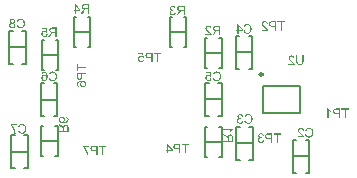
<source format=gbo>
G04*
G04 #@! TF.GenerationSoftware,Altium Limited,Altium Designer,19.1.8 (144)*
G04*
G04 Layer_Color=65280*
%FSLAX25Y25*%
%MOIN*%
G70*
G01*
G75*
%ADD10C,0.00984*%
%ADD12C,0.00591*%
%ADD13C,0.00787*%
G36*
X160528Y43158D02*
X160605Y43153D01*
X160678Y43139D01*
X160746Y43126D01*
X160810Y43108D01*
X160869Y43089D01*
X160924Y43067D01*
X160974Y43044D01*
X161019Y43021D01*
X161056Y42998D01*
X161088Y42980D01*
X161115Y42962D01*
X161138Y42948D01*
X161151Y42935D01*
X161160Y42930D01*
X161165Y42926D01*
X161210Y42880D01*
X161251Y42830D01*
X161292Y42775D01*
X161324Y42721D01*
X161379Y42612D01*
X161415Y42502D01*
X161429Y42452D01*
X161442Y42402D01*
X161451Y42362D01*
X161461Y42325D01*
X161465Y42293D01*
Y42270D01*
X161470Y42257D01*
Y42252D01*
X161074Y42211D01*
X161065Y42316D01*
X161047Y42407D01*
X161019Y42489D01*
X160987Y42553D01*
X160960Y42607D01*
X160933Y42643D01*
X160915Y42666D01*
X160906Y42675D01*
X160837Y42730D01*
X160765Y42771D01*
X160687Y42803D01*
X160619Y42821D01*
X160555Y42835D01*
X160501Y42839D01*
X160482Y42844D01*
X160455D01*
X160360Y42839D01*
X160273Y42821D01*
X160200Y42794D01*
X160137Y42766D01*
X160087Y42735D01*
X160055Y42712D01*
X160032Y42694D01*
X160023Y42685D01*
X159968Y42621D01*
X159927Y42557D01*
X159895Y42493D01*
X159877Y42430D01*
X159864Y42380D01*
X159859Y42334D01*
X159854Y42307D01*
Y42302D01*
Y42298D01*
X159864Y42216D01*
X159882Y42129D01*
X159914Y42052D01*
X159945Y41979D01*
X159982Y41920D01*
X160014Y41870D01*
X160023Y41852D01*
X160032Y41838D01*
X160041Y41834D01*
Y41829D01*
X160077Y41779D01*
X160123Y41729D01*
X160173Y41674D01*
X160228Y41620D01*
X160341Y41511D01*
X160455Y41401D01*
X160514Y41351D01*
X160564Y41306D01*
X160614Y41265D01*
X160655Y41229D01*
X160687Y41201D01*
X160714Y41178D01*
X160733Y41165D01*
X160737Y41160D01*
X160851Y41065D01*
X160956Y40974D01*
X161042Y40892D01*
X161110Y40824D01*
X161169Y40764D01*
X161210Y40723D01*
X161233Y40696D01*
X161242Y40692D01*
Y40687D01*
X161306Y40610D01*
X161356Y40537D01*
X161401Y40464D01*
X161438Y40400D01*
X161465Y40346D01*
X161483Y40305D01*
X161493Y40278D01*
X161497Y40273D01*
Y40268D01*
X161515Y40218D01*
X161524Y40173D01*
X161533Y40127D01*
X161538Y40086D01*
X161542Y40050D01*
Y40023D01*
Y40005D01*
Y40000D01*
X159454D01*
Y40373D01*
X161006D01*
X160951Y40451D01*
X160924Y40482D01*
X160901Y40514D01*
X160878Y40541D01*
X160860Y40560D01*
X160846Y40573D01*
X160842Y40578D01*
X160819Y40601D01*
X160792Y40623D01*
X160728Y40683D01*
X160655Y40751D01*
X160578Y40819D01*
X160505Y40878D01*
X160473Y40905D01*
X160446Y40933D01*
X160423Y40951D01*
X160405Y40965D01*
X160396Y40974D01*
X160391Y40978D01*
X160319Y41042D01*
X160246Y41101D01*
X160182Y41160D01*
X160123Y41210D01*
X160068Y41260D01*
X160023Y41306D01*
X159977Y41347D01*
X159941Y41383D01*
X159905Y41420D01*
X159877Y41447D01*
X159854Y41470D01*
X159832Y41492D01*
X159809Y41520D01*
X159800Y41529D01*
X159736Y41606D01*
X159681Y41674D01*
X159636Y41743D01*
X159600Y41797D01*
X159572Y41847D01*
X159554Y41884D01*
X159545Y41906D01*
X159540Y41916D01*
X159513Y41984D01*
X159495Y42052D01*
X159477Y42116D01*
X159468Y42170D01*
X159463Y42220D01*
X159459Y42257D01*
Y42280D01*
Y42289D01*
X159463Y42357D01*
X159472Y42421D01*
X159481Y42484D01*
X159500Y42539D01*
X159545Y42648D01*
X159591Y42735D01*
X159618Y42775D01*
X159641Y42807D01*
X159663Y42839D01*
X159686Y42862D01*
X159704Y42880D01*
X159713Y42898D01*
X159722Y42903D01*
X159727Y42908D01*
X159777Y42953D01*
X159832Y42994D01*
X159891Y43026D01*
X159950Y43053D01*
X160068Y43099D01*
X160187Y43130D01*
X160237Y43139D01*
X160287Y43149D01*
X160332Y43153D01*
X160369Y43158D01*
X160400Y43162D01*
X160446D01*
X160528Y43158D01*
D02*
G37*
G36*
X164500Y41329D02*
Y41238D01*
X164496Y41151D01*
X164491Y41069D01*
X164482Y40992D01*
X164473Y40924D01*
X164464Y40860D01*
X164450Y40801D01*
X164441Y40746D01*
X164432Y40696D01*
X164418Y40655D01*
X164409Y40619D01*
X164400Y40591D01*
X164391Y40569D01*
X164386Y40551D01*
X164382Y40541D01*
Y40537D01*
X164332Y40437D01*
X164268Y40346D01*
X164204Y40273D01*
X164136Y40209D01*
X164077Y40159D01*
X164027Y40123D01*
X164009Y40114D01*
X163995Y40105D01*
X163986Y40095D01*
X163981D01*
X163868Y40045D01*
X163749Y40009D01*
X163626Y39982D01*
X163513Y39964D01*
X163463Y39959D01*
X163413Y39955D01*
X163367Y39950D01*
X163331D01*
X163299Y39945D01*
X163258D01*
X163094Y39955D01*
X163021Y39964D01*
X162953Y39973D01*
X162885Y39986D01*
X162826Y40000D01*
X162771Y40014D01*
X162721Y40032D01*
X162675Y40050D01*
X162639Y40064D01*
X162603Y40077D01*
X162575Y40091D01*
X162553Y40105D01*
X162539Y40109D01*
X162530Y40118D01*
X162525D01*
X162425Y40187D01*
X162343Y40264D01*
X162280Y40337D01*
X162225Y40409D01*
X162184Y40473D01*
X162157Y40523D01*
X162148Y40541D01*
X162139Y40555D01*
X162134Y40564D01*
Y40569D01*
X162116Y40623D01*
X162098Y40683D01*
X162070Y40805D01*
X162052Y40933D01*
X162038Y41056D01*
X162034Y41110D01*
X162029Y41165D01*
Y41210D01*
X162025Y41251D01*
Y41283D01*
Y41306D01*
Y41324D01*
Y41329D01*
Y43149D01*
X162443D01*
Y41329D01*
Y41224D01*
X162452Y41124D01*
X162462Y41037D01*
X162475Y40955D01*
X162489Y40883D01*
X162507Y40814D01*
X162521Y40755D01*
X162539Y40705D01*
X162557Y40664D01*
X162575Y40623D01*
X162594Y40596D01*
X162607Y40569D01*
X162621Y40551D01*
X162630Y40537D01*
X162635Y40532D01*
X162639Y40528D01*
X162680Y40491D01*
X162725Y40460D01*
X162826Y40409D01*
X162930Y40373D01*
X163040Y40350D01*
X163140Y40332D01*
X163180Y40328D01*
X163222D01*
X163249Y40323D01*
X163294D01*
X163390Y40328D01*
X163476Y40341D01*
X163558Y40355D01*
X163622Y40378D01*
X163676Y40396D01*
X163717Y40409D01*
X163740Y40423D01*
X163749Y40428D01*
X163813Y40469D01*
X163868Y40519D01*
X163913Y40569D01*
X163945Y40614D01*
X163972Y40660D01*
X163995Y40692D01*
X164004Y40714D01*
X164009Y40723D01*
X164022Y40764D01*
X164031Y40805D01*
X164049Y40901D01*
X164063Y41001D01*
X164072Y41101D01*
X164077Y41188D01*
Y41229D01*
X164081Y41260D01*
Y41288D01*
Y41310D01*
Y41324D01*
Y41329D01*
Y43149D01*
X164500D01*
Y41329D01*
D02*
G37*
G36*
X111331Y42388D02*
X110967Y42338D01*
X110935Y42388D01*
X110894Y42429D01*
X110857Y42470D01*
X110821Y42502D01*
X110785Y42524D01*
X110757Y42547D01*
X110739Y42556D01*
X110734Y42561D01*
X110675Y42588D01*
X110616Y42611D01*
X110562Y42625D01*
X110507Y42638D01*
X110462Y42643D01*
X110425Y42647D01*
X110339D01*
X110284Y42638D01*
X110189Y42615D01*
X110107Y42584D01*
X110034Y42552D01*
X109979Y42515D01*
X109938Y42483D01*
X109916Y42461D01*
X109906Y42456D01*
Y42452D01*
X109843Y42374D01*
X109797Y42292D01*
X109765Y42206D01*
X109743Y42119D01*
X109729Y42047D01*
X109724Y42015D01*
Y41987D01*
X109720Y41965D01*
Y41947D01*
Y41937D01*
Y41933D01*
Y41869D01*
X109729Y41810D01*
X109752Y41696D01*
X109784Y41601D01*
X109816Y41523D01*
X109852Y41460D01*
X109884Y41410D01*
X109897Y41396D01*
X109906Y41382D01*
X109911Y41378D01*
X109916Y41373D01*
X109952Y41337D01*
X109988Y41305D01*
X110070Y41250D01*
X110148Y41214D01*
X110225Y41191D01*
X110289Y41173D01*
X110343Y41168D01*
X110361Y41164D01*
X110389D01*
X110475Y41168D01*
X110553Y41187D01*
X110621Y41209D01*
X110675Y41237D01*
X110725Y41264D01*
X110762Y41287D01*
X110780Y41305D01*
X110789Y41309D01*
X110844Y41373D01*
X110889Y41441D01*
X110926Y41519D01*
X110953Y41587D01*
X110971Y41655D01*
X110985Y41705D01*
X110989Y41728D01*
X110994Y41742D01*
Y41751D01*
Y41755D01*
X111399Y41724D01*
X111390Y41651D01*
X111376Y41583D01*
X111335Y41455D01*
X111285Y41346D01*
X111258Y41296D01*
X111231Y41255D01*
X111208Y41214D01*
X111180Y41178D01*
X111158Y41150D01*
X111135Y41127D01*
X111117Y41109D01*
X111108Y41091D01*
X111099Y41087D01*
X111094Y41082D01*
X111039Y41041D01*
X110985Y41005D01*
X110926Y40973D01*
X110866Y40946D01*
X110753Y40905D01*
X110639Y40877D01*
X110589Y40864D01*
X110539Y40859D01*
X110498Y40854D01*
X110462Y40850D01*
X110430Y40845D01*
X110389D01*
X110293Y40850D01*
X110202Y40864D01*
X110116Y40882D01*
X110038Y40905D01*
X109966Y40936D01*
X109897Y40968D01*
X109834Y41000D01*
X109779Y41036D01*
X109729Y41073D01*
X109684Y41105D01*
X109647Y41141D01*
X109615Y41168D01*
X109592Y41191D01*
X109574Y41209D01*
X109565Y41223D01*
X109561Y41228D01*
X109515Y41287D01*
X109479Y41350D01*
X109442Y41410D01*
X109415Y41473D01*
X109370Y41596D01*
X109342Y41714D01*
X109333Y41765D01*
X109324Y41815D01*
X109319Y41855D01*
X109315Y41892D01*
X109310Y41924D01*
Y41947D01*
Y41960D01*
Y41965D01*
X109315Y42047D01*
X109324Y42124D01*
X109338Y42201D01*
X109356Y42270D01*
X109379Y42333D01*
X109401Y42397D01*
X109429Y42452D01*
X109451Y42502D01*
X109479Y42547D01*
X109506Y42588D01*
X109529Y42620D01*
X109552Y42652D01*
X109570Y42674D01*
X109583Y42688D01*
X109592Y42697D01*
X109597Y42702D01*
X109652Y42752D01*
X109706Y42797D01*
X109765Y42834D01*
X109825Y42866D01*
X109884Y42897D01*
X109943Y42920D01*
X110052Y42952D01*
X110102Y42966D01*
X110148Y42975D01*
X110189Y42979D01*
X110225Y42984D01*
X110252Y42988D01*
X110352D01*
X110407Y42979D01*
X110516Y42957D01*
X110616Y42925D01*
X110707Y42888D01*
X110780Y42852D01*
X110812Y42834D01*
X110839Y42820D01*
X110862Y42807D01*
X110876Y42797D01*
X110885Y42793D01*
X110889Y42788D01*
X110721Y43639D01*
X109460D01*
Y44008D01*
X111026D01*
X111331Y42388D01*
D02*
G37*
G36*
X117100Y43676D02*
X116063D01*
Y40900D01*
X115644D01*
Y43676D01*
X114607D01*
Y44049D01*
X117100D01*
Y43676D01*
D02*
G37*
G36*
X114174Y40900D02*
X113756D01*
Y42179D01*
X112950D01*
X112832Y42183D01*
X112718Y42192D01*
X112618Y42206D01*
X112527Y42224D01*
X112441Y42242D01*
X112368Y42265D01*
X112300Y42292D01*
X112241Y42320D01*
X112191Y42342D01*
X112145Y42370D01*
X112109Y42392D01*
X112081Y42415D01*
X112059Y42429D01*
X112045Y42443D01*
X112036Y42452D01*
X112031Y42456D01*
X111986Y42511D01*
X111945Y42565D01*
X111913Y42620D01*
X111881Y42679D01*
X111854Y42738D01*
X111836Y42793D01*
X111804Y42897D01*
X111795Y42948D01*
X111786Y42993D01*
X111781Y43034D01*
X111776Y43066D01*
X111772Y43098D01*
Y43116D01*
Y43130D01*
Y43134D01*
X111776Y43220D01*
X111786Y43302D01*
X111804Y43375D01*
X111818Y43439D01*
X111836Y43494D01*
X111854Y43534D01*
X111863Y43557D01*
X111867Y43566D01*
X111904Y43635D01*
X111949Y43694D01*
X111990Y43748D01*
X112031Y43789D01*
X112068Y43821D01*
X112095Y43848D01*
X112113Y43862D01*
X112122Y43867D01*
X112181Y43903D01*
X112250Y43935D01*
X112313Y43962D01*
X112373Y43985D01*
X112427Y43999D01*
X112468Y44008D01*
X112500Y44017D01*
X112509D01*
X112577Y44026D01*
X112655Y44035D01*
X112737Y44039D01*
X112814Y44044D01*
X112882Y44049D01*
X114174D01*
Y40900D01*
D02*
G37*
G36*
X89286Y39296D02*
X92061D01*
Y38878D01*
X89286D01*
Y37841D01*
X88913D01*
Y40334D01*
X89286D01*
Y39296D01*
D02*
G37*
G36*
X92061Y36990D02*
X90783D01*
Y36184D01*
X90778Y36066D01*
X90769Y35952D01*
X90756Y35852D01*
X90737Y35761D01*
X90719Y35675D01*
X90696Y35602D01*
X90669Y35534D01*
X90642Y35475D01*
X90619Y35424D01*
X90592Y35379D01*
X90569Y35342D01*
X90546Y35315D01*
X90533Y35293D01*
X90519Y35279D01*
X90510Y35270D01*
X90505Y35265D01*
X90451Y35220D01*
X90396Y35179D01*
X90342Y35147D01*
X90282Y35115D01*
X90223Y35088D01*
X90169Y35070D01*
X90064Y35038D01*
X90014Y35029D01*
X89968Y35019D01*
X89928Y35015D01*
X89896Y35010D01*
X89864Y35006D01*
X89846D01*
X89832D01*
X89827D01*
X89741Y35010D01*
X89659Y35019D01*
X89586Y35038D01*
X89522Y35051D01*
X89468Y35070D01*
X89427Y35088D01*
X89404Y35097D01*
X89395Y35101D01*
X89327Y35138D01*
X89268Y35183D01*
X89213Y35224D01*
X89172Y35265D01*
X89140Y35302D01*
X89113Y35329D01*
X89099Y35347D01*
X89095Y35356D01*
X89058Y35415D01*
X89027Y35484D01*
X88999Y35547D01*
X88977Y35606D01*
X88963Y35661D01*
X88954Y35702D01*
X88945Y35734D01*
Y35743D01*
X88936Y35811D01*
X88927Y35888D01*
X88922Y35970D01*
X88917Y36048D01*
X88913Y36116D01*
Y37408D01*
X92061D01*
Y36990D01*
D02*
G37*
G36*
X90737Y34646D02*
X90874Y34637D01*
X91001Y34624D01*
X91120Y34601D01*
X91224Y34578D01*
X91320Y34555D01*
X91406Y34528D01*
X91484Y34496D01*
X91547Y34469D01*
X91606Y34442D01*
X91652Y34419D01*
X91693Y34392D01*
X91725Y34373D01*
X91743Y34360D01*
X91757Y34351D01*
X91761Y34346D01*
X91825Y34287D01*
X91879Y34223D01*
X91925Y34159D01*
X91966Y34096D01*
X92002Y34028D01*
X92030Y33964D01*
X92052Y33900D01*
X92071Y33836D01*
X92084Y33782D01*
X92098Y33727D01*
X92107Y33682D01*
X92111Y33641D01*
Y33604D01*
X92116Y33582D01*
Y33559D01*
X92111Y33454D01*
X92093Y33359D01*
X92075Y33272D01*
X92048Y33195D01*
X92025Y33136D01*
X92002Y33090D01*
X91998Y33072D01*
X91989Y33058D01*
X91984Y33054D01*
Y33049D01*
X91930Y32972D01*
X91866Y32899D01*
X91802Y32840D01*
X91738Y32790D01*
X91679Y32749D01*
X91634Y32722D01*
X91615Y32713D01*
X91602Y32704D01*
X91597Y32699D01*
X91593D01*
X91497Y32653D01*
X91397Y32622D01*
X91306Y32599D01*
X91220Y32585D01*
X91147Y32572D01*
X91120D01*
X91092Y32567D01*
X91070D01*
X91056D01*
X91047D01*
X91042D01*
X90960Y32572D01*
X90883Y32581D01*
X90806Y32594D01*
X90737Y32608D01*
X90674Y32631D01*
X90610Y32653D01*
X90555Y32676D01*
X90505Y32704D01*
X90460Y32731D01*
X90419Y32754D01*
X90387Y32776D01*
X90355Y32799D01*
X90332Y32813D01*
X90319Y32826D01*
X90310Y32836D01*
X90305Y32840D01*
X90255Y32890D01*
X90210Y32945D01*
X90173Y33004D01*
X90141Y33058D01*
X90109Y33113D01*
X90087Y33168D01*
X90055Y33272D01*
X90041Y33318D01*
X90032Y33363D01*
X90028Y33400D01*
X90023Y33436D01*
X90018Y33463D01*
Y33500D01*
X90023Y33582D01*
X90037Y33659D01*
X90050Y33732D01*
X90069Y33795D01*
X90091Y33850D01*
X90105Y33891D01*
X90119Y33918D01*
X90123Y33923D01*
Y33928D01*
X90169Y34000D01*
X90219Y34064D01*
X90269Y34123D01*
X90323Y34169D01*
X90369Y34210D01*
X90405Y34241D01*
X90433Y34260D01*
X90437Y34264D01*
X90355D01*
X90273Y34260D01*
X90201Y34255D01*
X90128Y34246D01*
X90064Y34241D01*
X90005Y34232D01*
X89950Y34223D01*
X89900Y34210D01*
X89855Y34201D01*
X89818Y34191D01*
X89786Y34182D01*
X89759Y34178D01*
X89741Y34169D01*
X89727Y34164D01*
X89718Y34159D01*
X89714D01*
X89623Y34114D01*
X89541Y34069D01*
X89477Y34018D01*
X89422Y33973D01*
X89377Y33932D01*
X89345Y33900D01*
X89327Y33877D01*
X89322Y33868D01*
X89286Y33814D01*
X89263Y33759D01*
X89245Y33705D01*
X89231Y33650D01*
X89222Y33609D01*
X89218Y33573D01*
Y33541D01*
X89227Y33459D01*
X89245Y33382D01*
X89272Y33318D01*
X89300Y33259D01*
X89331Y33213D01*
X89359Y33181D01*
X89377Y33163D01*
X89386Y33154D01*
X89427Y33122D01*
X89477Y33090D01*
X89532Y33063D01*
X89586Y33045D01*
X89636Y33027D01*
X89677Y33013D01*
X89705Y33008D01*
X89709Y33004D01*
X89714D01*
X89682Y32617D01*
X89554Y32644D01*
X89441Y32685D01*
X89341Y32731D01*
X89259Y32781D01*
X89195Y32831D01*
X89168Y32849D01*
X89145Y32872D01*
X89131Y32886D01*
X89118Y32899D01*
X89113Y32904D01*
X89109Y32908D01*
X89072Y32954D01*
X89040Y33004D01*
X88986Y33104D01*
X88949Y33204D01*
X88927Y33300D01*
X88908Y33386D01*
X88904Y33422D01*
Y33454D01*
X88899Y33482D01*
Y33518D01*
X88904Y33609D01*
X88913Y33695D01*
X88931Y33777D01*
X88954Y33855D01*
X88986Y33923D01*
X89013Y33991D01*
X89049Y34050D01*
X89081Y34105D01*
X89113Y34150D01*
X89149Y34196D01*
X89177Y34232D01*
X89204Y34260D01*
X89231Y34282D01*
X89249Y34301D01*
X89259Y34310D01*
X89263Y34314D01*
X89345Y34373D01*
X89441Y34423D01*
X89541Y34469D01*
X89645Y34510D01*
X89755Y34542D01*
X89864Y34569D01*
X89978Y34592D01*
X90082Y34610D01*
X90187Y34624D01*
X90282Y34633D01*
X90369Y34642D01*
X90442Y34646D01*
X90505D01*
X90551Y34651D01*
X90569D01*
X90583D01*
X90587D01*
X90592D01*
X90737Y34646D01*
D02*
G37*
G36*
X150443Y17153D02*
X150566Y17130D01*
X150671Y17094D01*
X150762Y17058D01*
X150803Y17035D01*
X150835Y17017D01*
X150867Y16998D01*
X150889Y16980D01*
X150908Y16967D01*
X150921Y16958D01*
X150930Y16953D01*
X150935Y16948D01*
X151021Y16862D01*
X151090Y16766D01*
X151144Y16666D01*
X151190Y16566D01*
X151217Y16480D01*
X151231Y16443D01*
X151240Y16411D01*
X151244Y16384D01*
X151249Y16366D01*
X151253Y16352D01*
Y16348D01*
X150867Y16280D01*
X150848Y16380D01*
X150821Y16466D01*
X150789Y16539D01*
X150757Y16598D01*
X150725Y16644D01*
X150698Y16675D01*
X150680Y16698D01*
X150675Y16703D01*
X150616Y16748D01*
X150553Y16785D01*
X150494Y16807D01*
X150434Y16826D01*
X150380Y16835D01*
X150339Y16844D01*
X150302D01*
X150221Y16839D01*
X150148Y16821D01*
X150084Y16798D01*
X150029Y16775D01*
X149988Y16748D01*
X149957Y16725D01*
X149934Y16707D01*
X149929Y16703D01*
X149879Y16648D01*
X149843Y16589D01*
X149820Y16530D01*
X149802Y16475D01*
X149793Y16425D01*
X149784Y16389D01*
Y16361D01*
Y16357D01*
Y16352D01*
Y16302D01*
X149793Y16257D01*
X149816Y16179D01*
X149847Y16111D01*
X149884Y16052D01*
X149920Y16011D01*
X149952Y15979D01*
X149975Y15961D01*
X149979Y15957D01*
X149984D01*
X150061Y15915D01*
X150134Y15884D01*
X150211Y15861D01*
X150280Y15847D01*
X150339Y15838D01*
X150389Y15829D01*
X150448D01*
X150466Y15834D01*
X150489D01*
X150534Y15492D01*
X150475Y15506D01*
X150421Y15515D01*
X150375Y15524D01*
X150334Y15529D01*
X150302Y15533D01*
X150261D01*
X150166Y15524D01*
X150079Y15506D01*
X150002Y15479D01*
X149938Y15447D01*
X149888Y15415D01*
X149852Y15388D01*
X149829Y15370D01*
X149820Y15360D01*
X149761Y15292D01*
X149715Y15219D01*
X149684Y15147D01*
X149665Y15074D01*
X149652Y15015D01*
X149647Y14965D01*
X149643Y14946D01*
Y14933D01*
Y14924D01*
Y14919D01*
X149652Y14819D01*
X149674Y14728D01*
X149702Y14651D01*
X149738Y14582D01*
X149775Y14528D01*
X149802Y14487D01*
X149825Y14459D01*
X149834Y14450D01*
X149907Y14387D01*
X149984Y14341D01*
X150061Y14309D01*
X150134Y14287D01*
X150198Y14273D01*
X150248Y14268D01*
X150266Y14264D01*
X150293D01*
X150375Y14268D01*
X150452Y14287D01*
X150521Y14309D01*
X150575Y14337D01*
X150621Y14359D01*
X150657Y14382D01*
X150675Y14400D01*
X150685Y14405D01*
X150739Y14469D01*
X150785Y14541D01*
X150826Y14619D01*
X150857Y14701D01*
X150880Y14769D01*
X150889Y14801D01*
X150894Y14828D01*
X150899Y14851D01*
X150903Y14869D01*
X150908Y14878D01*
Y14883D01*
X151294Y14833D01*
X151285Y14760D01*
X151272Y14692D01*
X151231Y14564D01*
X151181Y14455D01*
X151153Y14410D01*
X151126Y14364D01*
X151099Y14323D01*
X151071Y14291D01*
X151049Y14259D01*
X151026Y14237D01*
X151012Y14218D01*
X150999Y14205D01*
X150989Y14196D01*
X150985Y14191D01*
X150930Y14150D01*
X150876Y14109D01*
X150821Y14077D01*
X150762Y14050D01*
X150648Y14005D01*
X150539Y13977D01*
X150489Y13968D01*
X150443Y13959D01*
X150402Y13954D01*
X150366Y13950D01*
X150339Y13945D01*
X150298D01*
X150211Y13950D01*
X150134Y13959D01*
X150057Y13973D01*
X149984Y13991D01*
X149916Y14014D01*
X149856Y14036D01*
X149797Y14064D01*
X149747Y14091D01*
X149697Y14114D01*
X149656Y14141D01*
X149620Y14164D01*
X149593Y14187D01*
X149570Y14205D01*
X149552Y14218D01*
X149543Y14228D01*
X149538Y14232D01*
X149483Y14287D01*
X149438Y14346D01*
X149397Y14405D01*
X149361Y14464D01*
X149333Y14519D01*
X149306Y14578D01*
X149270Y14687D01*
X149260Y14737D01*
X149251Y14783D01*
X149242Y14824D01*
X149238Y14860D01*
X149233Y14887D01*
Y14910D01*
Y14924D01*
Y14928D01*
X149238Y15037D01*
X149256Y15137D01*
X149283Y15224D01*
X149311Y15297D01*
X149338Y15356D01*
X149365Y15401D01*
X149383Y15429D01*
X149388Y15438D01*
X149451Y15506D01*
X149520Y15565D01*
X149593Y15611D01*
X149665Y15647D01*
X149729Y15674D01*
X149779Y15693D01*
X149797Y15697D01*
X149811Y15702D01*
X149820Y15706D01*
X149825D01*
X149747Y15747D01*
X149684Y15788D01*
X149629Y15834D01*
X149583Y15875D01*
X149547Y15911D01*
X149520Y15943D01*
X149506Y15961D01*
X149502Y15970D01*
X149465Y16034D01*
X149438Y16098D01*
X149415Y16161D01*
X149401Y16220D01*
X149392Y16270D01*
X149388Y16307D01*
Y16334D01*
Y16343D01*
X149392Y16421D01*
X149406Y16498D01*
X149424Y16566D01*
X149447Y16625D01*
X149470Y16675D01*
X149488Y16716D01*
X149502Y16739D01*
X149506Y16748D01*
X149552Y16816D01*
X149606Y16876D01*
X149661Y16926D01*
X149715Y16971D01*
X149761Y17003D01*
X149802Y17030D01*
X149829Y17044D01*
X149834Y17049D01*
X149838D01*
X149920Y17085D01*
X150002Y17112D01*
X150084Y17135D01*
X150157Y17149D01*
X150216Y17158D01*
X150266Y17162D01*
X150380D01*
X150443Y17153D01*
D02*
G37*
G36*
X157000Y16775D02*
X155963D01*
Y14000D01*
X155544D01*
Y16775D01*
X154507D01*
Y17149D01*
X157000D01*
Y16775D01*
D02*
G37*
G36*
X154074Y14000D02*
X153656D01*
Y15279D01*
X152850D01*
X152732Y15283D01*
X152618Y15292D01*
X152518Y15306D01*
X152427Y15324D01*
X152341Y15342D01*
X152268Y15365D01*
X152200Y15392D01*
X152141Y15420D01*
X152091Y15442D01*
X152045Y15470D01*
X152009Y15492D01*
X151981Y15515D01*
X151959Y15529D01*
X151945Y15542D01*
X151936Y15552D01*
X151931Y15556D01*
X151886Y15611D01*
X151845Y15665D01*
X151813Y15720D01*
X151781Y15779D01*
X151754Y15838D01*
X151736Y15893D01*
X151704Y15998D01*
X151695Y16048D01*
X151686Y16093D01*
X151681Y16134D01*
X151676Y16166D01*
X151672Y16198D01*
Y16216D01*
Y16229D01*
Y16234D01*
X151676Y16320D01*
X151686Y16402D01*
X151704Y16475D01*
X151717Y16539D01*
X151736Y16593D01*
X151754Y16635D01*
X151763Y16657D01*
X151768Y16666D01*
X151804Y16735D01*
X151849Y16794D01*
X151890Y16848D01*
X151931Y16889D01*
X151968Y16921D01*
X151995Y16948D01*
X152013Y16962D01*
X152022Y16967D01*
X152081Y17003D01*
X152150Y17035D01*
X152213Y17062D01*
X152273Y17085D01*
X152327Y17099D01*
X152368Y17108D01*
X152400Y17117D01*
X152409D01*
X152477Y17126D01*
X152555Y17135D01*
X152637Y17140D01*
X152714Y17144D01*
X152782Y17149D01*
X154074D01*
Y14000D01*
D02*
G37*
G36*
X172739Y25385D02*
X172789Y25312D01*
X172848Y25239D01*
X172902Y25176D01*
X172957Y25121D01*
X172998Y25076D01*
X173016Y25062D01*
X173030Y25048D01*
X173034Y25044D01*
X173039Y25039D01*
X173134Y24962D01*
X173230Y24889D01*
X173321Y24825D01*
X173412Y24775D01*
X173489Y24730D01*
X173521Y24712D01*
X173548Y24698D01*
X173571Y24684D01*
X173590Y24680D01*
X173599Y24671D01*
X173603D01*
Y24297D01*
X173535Y24325D01*
X173467Y24357D01*
X173398Y24388D01*
X173335Y24420D01*
X173280Y24448D01*
X173234Y24470D01*
X173207Y24489D01*
X173203Y24493D01*
X173198D01*
X173116Y24543D01*
X173044Y24593D01*
X172980Y24639D01*
X172930Y24680D01*
X172884Y24712D01*
X172857Y24739D01*
X172834Y24757D01*
X172830Y24761D01*
Y22300D01*
X172443D01*
Y25462D01*
X172693D01*
X172739Y25385D01*
D02*
G37*
G36*
X179600Y25076D02*
X178563D01*
Y22300D01*
X178144D01*
Y25076D01*
X177107D01*
Y25449D01*
X179600D01*
Y25076D01*
D02*
G37*
G36*
X176674Y22300D02*
X176256D01*
Y23579D01*
X175450D01*
X175332Y23583D01*
X175218Y23592D01*
X175118Y23606D01*
X175027Y23624D01*
X174941Y23642D01*
X174868Y23665D01*
X174800Y23692D01*
X174741Y23720D01*
X174691Y23742D01*
X174645Y23770D01*
X174609Y23792D01*
X174581Y23815D01*
X174559Y23829D01*
X174545Y23842D01*
X174536Y23852D01*
X174531Y23856D01*
X174486Y23911D01*
X174445Y23965D01*
X174413Y24020D01*
X174381Y24079D01*
X174354Y24138D01*
X174336Y24193D01*
X174304Y24297D01*
X174295Y24348D01*
X174286Y24393D01*
X174281Y24434D01*
X174276Y24466D01*
X174272Y24498D01*
Y24516D01*
Y24530D01*
Y24534D01*
X174276Y24621D01*
X174286Y24702D01*
X174304Y24775D01*
X174318Y24839D01*
X174336Y24893D01*
X174354Y24935D01*
X174363Y24957D01*
X174367Y24966D01*
X174404Y25034D01*
X174449Y25094D01*
X174490Y25148D01*
X174531Y25189D01*
X174568Y25221D01*
X174595Y25248D01*
X174613Y25262D01*
X174622Y25267D01*
X174681Y25303D01*
X174750Y25335D01*
X174813Y25362D01*
X174873Y25385D01*
X174927Y25399D01*
X174968Y25408D01*
X175000Y25417D01*
X175009D01*
X175077Y25426D01*
X175155Y25435D01*
X175237Y25440D01*
X175314Y25444D01*
X175382Y25449D01*
X176674D01*
Y22300D01*
D02*
G37*
G36*
X151639Y54558D02*
X151716Y54553D01*
X151789Y54540D01*
X151857Y54526D01*
X151921Y54508D01*
X151980Y54489D01*
X152035Y54467D01*
X152085Y54444D01*
X152130Y54421D01*
X152167Y54399D01*
X152199Y54380D01*
X152226Y54362D01*
X152249Y54348D01*
X152262Y54335D01*
X152271Y54330D01*
X152276Y54326D01*
X152321Y54280D01*
X152362Y54230D01*
X152403Y54176D01*
X152435Y54121D01*
X152490Y54012D01*
X152526Y53903D01*
X152540Y53852D01*
X152553Y53802D01*
X152562Y53762D01*
X152572Y53725D01*
X152576Y53693D01*
Y53671D01*
X152581Y53657D01*
Y53652D01*
X152185Y53611D01*
X152176Y53716D01*
X152157Y53807D01*
X152130Y53889D01*
X152098Y53952D01*
X152071Y54007D01*
X152044Y54044D01*
X152025Y54066D01*
X152016Y54075D01*
X151948Y54130D01*
X151875Y54171D01*
X151798Y54203D01*
X151730Y54221D01*
X151666Y54235D01*
X151611Y54239D01*
X151593Y54244D01*
X151566D01*
X151470Y54239D01*
X151384Y54221D01*
X151311Y54194D01*
X151248Y54166D01*
X151198Y54135D01*
X151166Y54112D01*
X151143Y54094D01*
X151134Y54084D01*
X151079Y54021D01*
X151038Y53957D01*
X151006Y53893D01*
X150988Y53830D01*
X150975Y53780D01*
X150970Y53734D01*
X150965Y53707D01*
Y53702D01*
Y53698D01*
X150975Y53616D01*
X150993Y53529D01*
X151024Y53452D01*
X151056Y53379D01*
X151093Y53320D01*
X151125Y53270D01*
X151134Y53252D01*
X151143Y53238D01*
X151152Y53234D01*
Y53229D01*
X151188Y53179D01*
X151234Y53129D01*
X151284Y53074D01*
X151339Y53020D01*
X151452Y52911D01*
X151566Y52801D01*
X151625Y52751D01*
X151675Y52706D01*
X151725Y52665D01*
X151766Y52628D01*
X151798Y52601D01*
X151825Y52578D01*
X151844Y52565D01*
X151848Y52560D01*
X151962Y52465D01*
X152067Y52374D01*
X152153Y52292D01*
X152221Y52224D01*
X152280Y52164D01*
X152321Y52123D01*
X152344Y52096D01*
X152353Y52092D01*
Y52087D01*
X152417Y52010D01*
X152467Y51937D01*
X152512Y51864D01*
X152549Y51800D01*
X152576Y51746D01*
X152594Y51705D01*
X152603Y51678D01*
X152608Y51673D01*
Y51668D01*
X152626Y51618D01*
X152635Y51573D01*
X152644Y51527D01*
X152649Y51486D01*
X152653Y51450D01*
Y51423D01*
Y51405D01*
Y51400D01*
X150565D01*
Y51773D01*
X152117D01*
X152062Y51850D01*
X152035Y51882D01*
X152012Y51914D01*
X151989Y51941D01*
X151971Y51960D01*
X151957Y51973D01*
X151953Y51978D01*
X151930Y52001D01*
X151903Y52023D01*
X151839Y52083D01*
X151766Y52151D01*
X151689Y52219D01*
X151616Y52278D01*
X151584Y52305D01*
X151557Y52333D01*
X151534Y52351D01*
X151516Y52365D01*
X151507Y52374D01*
X151502Y52378D01*
X151429Y52442D01*
X151357Y52501D01*
X151293Y52560D01*
X151234Y52610D01*
X151179Y52660D01*
X151134Y52706D01*
X151088Y52747D01*
X151052Y52783D01*
X151015Y52820D01*
X150988Y52847D01*
X150965Y52870D01*
X150943Y52892D01*
X150920Y52920D01*
X150911Y52929D01*
X150847Y53006D01*
X150793Y53074D01*
X150747Y53143D01*
X150711Y53197D01*
X150683Y53247D01*
X150665Y53284D01*
X150656Y53306D01*
X150651Y53316D01*
X150624Y53384D01*
X150606Y53452D01*
X150588Y53516D01*
X150579Y53570D01*
X150574Y53620D01*
X150570Y53657D01*
Y53680D01*
Y53689D01*
X150574Y53757D01*
X150583Y53821D01*
X150592Y53884D01*
X150610Y53939D01*
X150656Y54048D01*
X150701Y54135D01*
X150729Y54176D01*
X150751Y54207D01*
X150774Y54239D01*
X150797Y54262D01*
X150815Y54280D01*
X150824Y54298D01*
X150833Y54303D01*
X150838Y54307D01*
X150888Y54353D01*
X150943Y54394D01*
X151002Y54426D01*
X151061Y54453D01*
X151179Y54499D01*
X151298Y54530D01*
X151348Y54540D01*
X151398Y54549D01*
X151443Y54553D01*
X151479Y54558D01*
X151511Y54562D01*
X151557D01*
X151639Y54558D01*
D02*
G37*
G36*
X158300Y54176D02*
X157263D01*
Y51400D01*
X156844D01*
Y54176D01*
X155807D01*
Y54549D01*
X158300D01*
Y54176D01*
D02*
G37*
G36*
X155374Y51400D02*
X154956D01*
Y52679D01*
X154150D01*
X154032Y52683D01*
X153918Y52692D01*
X153818Y52706D01*
X153727Y52724D01*
X153641Y52742D01*
X153568Y52765D01*
X153500Y52792D01*
X153441Y52820D01*
X153391Y52842D01*
X153345Y52870D01*
X153309Y52892D01*
X153281Y52915D01*
X153259Y52929D01*
X153245Y52942D01*
X153236Y52952D01*
X153231Y52956D01*
X153186Y53011D01*
X153145Y53065D01*
X153113Y53120D01*
X153081Y53179D01*
X153054Y53238D01*
X153036Y53293D01*
X153004Y53398D01*
X152995Y53448D01*
X152986Y53493D01*
X152981Y53534D01*
X152977Y53566D01*
X152972Y53598D01*
Y53616D01*
Y53629D01*
Y53634D01*
X152977Y53720D01*
X152986Y53802D01*
X153004Y53875D01*
X153017Y53939D01*
X153036Y53993D01*
X153054Y54035D01*
X153063Y54057D01*
X153068Y54066D01*
X153104Y54135D01*
X153149Y54194D01*
X153190Y54248D01*
X153231Y54289D01*
X153268Y54321D01*
X153295Y54348D01*
X153313Y54362D01*
X153322Y54367D01*
X153381Y54403D01*
X153450Y54435D01*
X153513Y54462D01*
X153573Y54485D01*
X153627Y54499D01*
X153668Y54508D01*
X153700Y54517D01*
X153709D01*
X153777Y54526D01*
X153855Y54535D01*
X153937Y54540D01*
X154014Y54544D01*
X154082Y54549D01*
X155374D01*
Y51400D01*
D02*
G37*
G36*
X126400Y13275D02*
X125363D01*
Y10500D01*
X124944D01*
Y13275D01*
X123907D01*
Y13649D01*
X126400D01*
Y13275D01*
D02*
G37*
G36*
X123474Y10500D02*
X123056D01*
Y11778D01*
X122250D01*
X122132Y11783D01*
X122018Y11792D01*
X121918Y11806D01*
X121827Y11824D01*
X121741Y11842D01*
X121668Y11865D01*
X121600Y11892D01*
X121541Y11920D01*
X121491Y11942D01*
X121445Y11970D01*
X121409Y11992D01*
X121381Y12015D01*
X121359Y12029D01*
X121345Y12042D01*
X121336Y12052D01*
X121331Y12056D01*
X121286Y12111D01*
X121245Y12165D01*
X121213Y12220D01*
X121181Y12279D01*
X121154Y12338D01*
X121136Y12393D01*
X121104Y12498D01*
X121095Y12548D01*
X121086Y12593D01*
X121081Y12634D01*
X121077Y12666D01*
X121072Y12698D01*
Y12716D01*
Y12730D01*
Y12734D01*
X121077Y12821D01*
X121086Y12902D01*
X121104Y12975D01*
X121117Y13039D01*
X121136Y13093D01*
X121154Y13135D01*
X121163Y13157D01*
X121168Y13166D01*
X121204Y13235D01*
X121249Y13294D01*
X121290Y13348D01*
X121331Y13389D01*
X121368Y13421D01*
X121395Y13448D01*
X121413Y13462D01*
X121422Y13467D01*
X121481Y13503D01*
X121550Y13535D01*
X121613Y13562D01*
X121673Y13585D01*
X121727Y13599D01*
X121768Y13608D01*
X121800Y13617D01*
X121809D01*
X121877Y13626D01*
X121955Y13635D01*
X122037Y13640D01*
X122114Y13644D01*
X122182Y13649D01*
X123474D01*
Y10500D01*
D02*
G37*
G36*
X120831Y11610D02*
Y11255D01*
X119461D01*
Y10500D01*
X119074D01*
Y11255D01*
X118647D01*
Y11610D01*
X119074D01*
Y13649D01*
X119388D01*
X120831Y11610D01*
D02*
G37*
G36*
X98800Y12675D02*
X97763D01*
Y9900D01*
X97344D01*
Y12675D01*
X96307D01*
Y13049D01*
X98800D01*
Y12675D01*
D02*
G37*
G36*
X95874Y9900D02*
X95456D01*
Y11179D01*
X94650D01*
X94532Y11183D01*
X94418Y11192D01*
X94318Y11206D01*
X94227Y11224D01*
X94141Y11242D01*
X94068Y11265D01*
X94000Y11292D01*
X93941Y11320D01*
X93891Y11342D01*
X93845Y11370D01*
X93809Y11392D01*
X93781Y11415D01*
X93759Y11429D01*
X93745Y11442D01*
X93736Y11452D01*
X93731Y11456D01*
X93686Y11511D01*
X93645Y11565D01*
X93613Y11620D01*
X93581Y11679D01*
X93554Y11738D01*
X93536Y11793D01*
X93504Y11897D01*
X93495Y11947D01*
X93486Y11993D01*
X93481Y12034D01*
X93476Y12066D01*
X93472Y12098D01*
Y12116D01*
Y12129D01*
Y12134D01*
X93476Y12220D01*
X93486Y12302D01*
X93504Y12375D01*
X93517Y12439D01*
X93536Y12494D01*
X93554Y12534D01*
X93563Y12557D01*
X93568Y12566D01*
X93604Y12635D01*
X93649Y12694D01*
X93690Y12748D01*
X93731Y12789D01*
X93768Y12821D01*
X93795Y12848D01*
X93813Y12862D01*
X93822Y12867D01*
X93881Y12903D01*
X93950Y12935D01*
X94013Y12962D01*
X94073Y12985D01*
X94127Y12999D01*
X94168Y13008D01*
X94200Y13017D01*
X94209D01*
X94277Y13026D01*
X94355Y13035D01*
X94437Y13039D01*
X94514Y13044D01*
X94582Y13049D01*
X95874D01*
Y9900D01*
D02*
G37*
G36*
X93072Y12635D02*
X91529D01*
X91638Y12503D01*
X91743Y12361D01*
X91834Y12225D01*
X91920Y12093D01*
X91957Y12034D01*
X91989Y11979D01*
X92020Y11929D01*
X92043Y11888D01*
X92062Y11852D01*
X92075Y11829D01*
X92084Y11811D01*
X92089Y11806D01*
X92180Y11625D01*
X92262Y11442D01*
X92330Y11270D01*
X92357Y11192D01*
X92384Y11115D01*
X92412Y11047D01*
X92430Y10983D01*
X92448Y10928D01*
X92462Y10883D01*
X92475Y10842D01*
X92485Y10814D01*
X92489Y10796D01*
Y10792D01*
X92535Y10605D01*
X92553Y10514D01*
X92567Y10432D01*
X92580Y10355D01*
X92594Y10278D01*
X92603Y10214D01*
X92612Y10150D01*
X92616Y10096D01*
X92621Y10046D01*
X92626Y10000D01*
Y9964D01*
X92630Y9936D01*
Y9918D01*
Y9905D01*
Y9900D01*
X92234D01*
X92221Y10073D01*
X92198Y10232D01*
X92175Y10378D01*
X92162Y10446D01*
X92148Y10510D01*
X92139Y10564D01*
X92125Y10614D01*
X92116Y10660D01*
X92107Y10696D01*
X92098Y10724D01*
X92093Y10746D01*
X92089Y10760D01*
Y10764D01*
X92020Y10974D01*
X91948Y11169D01*
X91911Y11265D01*
X91875Y11356D01*
X91834Y11438D01*
X91798Y11520D01*
X91766Y11593D01*
X91734Y11656D01*
X91707Y11711D01*
X91684Y11761D01*
X91661Y11802D01*
X91647Y11829D01*
X91638Y11847D01*
X91634Y11852D01*
X91579Y11947D01*
X91524Y12043D01*
X91470Y12129D01*
X91415Y12211D01*
X91365Y12284D01*
X91315Y12357D01*
X91265Y12421D01*
X91224Y12475D01*
X91183Y12530D01*
X91147Y12575D01*
X91110Y12612D01*
X91083Y12644D01*
X91065Y12671D01*
X91047Y12689D01*
X91038Y12698D01*
X91033Y12703D01*
Y13008D01*
X93072D01*
Y12635D01*
D02*
G37*
G36*
X132828Y53058D02*
X132905Y53053D01*
X132978Y53039D01*
X133046Y53026D01*
X133110Y53008D01*
X133169Y52989D01*
X133224Y52967D01*
X133274Y52944D01*
X133319Y52921D01*
X133356Y52899D01*
X133387Y52880D01*
X133415Y52862D01*
X133438Y52848D01*
X133451Y52835D01*
X133460Y52830D01*
X133465Y52826D01*
X133510Y52780D01*
X133551Y52730D01*
X133592Y52675D01*
X133624Y52621D01*
X133679Y52512D01*
X133715Y52403D01*
X133729Y52352D01*
X133742Y52302D01*
X133751Y52262D01*
X133761Y52225D01*
X133765Y52193D01*
Y52170D01*
X133770Y52157D01*
Y52152D01*
X133374Y52111D01*
X133365Y52216D01*
X133347Y52307D01*
X133319Y52389D01*
X133287Y52452D01*
X133260Y52507D01*
X133233Y52544D01*
X133215Y52566D01*
X133205Y52575D01*
X133137Y52630D01*
X133064Y52671D01*
X132987Y52703D01*
X132919Y52721D01*
X132855Y52735D01*
X132800Y52739D01*
X132782Y52744D01*
X132755D01*
X132659Y52739D01*
X132573Y52721D01*
X132500Y52694D01*
X132437Y52666D01*
X132387Y52635D01*
X132355Y52612D01*
X132332Y52594D01*
X132323Y52584D01*
X132268Y52521D01*
X132227Y52457D01*
X132195Y52393D01*
X132177Y52330D01*
X132164Y52280D01*
X132159Y52234D01*
X132154Y52207D01*
Y52202D01*
Y52198D01*
X132164Y52116D01*
X132182Y52029D01*
X132214Y51952D01*
X132246Y51879D01*
X132282Y51820D01*
X132314Y51770D01*
X132323Y51752D01*
X132332Y51738D01*
X132341Y51734D01*
Y51729D01*
X132377Y51679D01*
X132423Y51629D01*
X132473Y51574D01*
X132527Y51520D01*
X132641Y51411D01*
X132755Y51301D01*
X132814Y51251D01*
X132864Y51206D01*
X132914Y51165D01*
X132955Y51129D01*
X132987Y51101D01*
X133014Y51078D01*
X133033Y51065D01*
X133037Y51060D01*
X133151Y50965D01*
X133256Y50874D01*
X133342Y50792D01*
X133410Y50724D01*
X133469Y50664D01*
X133510Y50624D01*
X133533Y50596D01*
X133542Y50592D01*
Y50587D01*
X133606Y50510D01*
X133656Y50437D01*
X133701Y50364D01*
X133738Y50300D01*
X133765Y50246D01*
X133783Y50205D01*
X133792Y50178D01*
X133797Y50173D01*
Y50169D01*
X133815Y50118D01*
X133824Y50073D01*
X133833Y50027D01*
X133838Y49986D01*
X133843Y49950D01*
Y49923D01*
Y49905D01*
Y49900D01*
X131754D01*
Y50273D01*
X133306D01*
X133251Y50350D01*
X133224Y50382D01*
X133201Y50414D01*
X133178Y50441D01*
X133160Y50460D01*
X133146Y50473D01*
X133142Y50478D01*
X133119Y50501D01*
X133092Y50523D01*
X133028Y50582D01*
X132955Y50651D01*
X132878Y50719D01*
X132805Y50778D01*
X132773Y50805D01*
X132746Y50833D01*
X132723Y50851D01*
X132705Y50865D01*
X132696Y50874D01*
X132691Y50878D01*
X132619Y50942D01*
X132546Y51001D01*
X132482Y51060D01*
X132423Y51110D01*
X132368Y51160D01*
X132323Y51206D01*
X132277Y51247D01*
X132241Y51283D01*
X132204Y51320D01*
X132177Y51347D01*
X132154Y51370D01*
X132132Y51392D01*
X132109Y51420D01*
X132100Y51429D01*
X132036Y51506D01*
X131982Y51574D01*
X131936Y51643D01*
X131900Y51697D01*
X131872Y51747D01*
X131854Y51784D01*
X131845Y51806D01*
X131841Y51815D01*
X131813Y51884D01*
X131795Y51952D01*
X131777Y52016D01*
X131768Y52070D01*
X131763Y52120D01*
X131759Y52157D01*
Y52179D01*
Y52189D01*
X131763Y52257D01*
X131772Y52321D01*
X131781Y52384D01*
X131799Y52439D01*
X131845Y52548D01*
X131891Y52635D01*
X131918Y52675D01*
X131941Y52707D01*
X131963Y52739D01*
X131986Y52762D01*
X132004Y52780D01*
X132013Y52798D01*
X132023Y52803D01*
X132027Y52807D01*
X132077Y52853D01*
X132132Y52894D01*
X132191Y52926D01*
X132250Y52953D01*
X132368Y52999D01*
X132487Y53030D01*
X132537Y53039D01*
X132587Y53049D01*
X132632Y53053D01*
X132669Y53058D01*
X132701Y53062D01*
X132746D01*
X132828Y53058D01*
D02*
G37*
G36*
X136800Y49900D02*
X136381D01*
Y51297D01*
X135845D01*
X135794Y51292D01*
X135758D01*
X135726Y51288D01*
X135703Y51283D01*
X135685D01*
X135676Y51279D01*
X135672D01*
X135599Y51256D01*
X135567Y51242D01*
X135540Y51229D01*
X135512Y51215D01*
X135494Y51206D01*
X135485Y51201D01*
X135480Y51197D01*
X135444Y51170D01*
X135408Y51138D01*
X135339Y51069D01*
X135308Y51038D01*
X135285Y51010D01*
X135271Y50992D01*
X135267Y50987D01*
X135221Y50924D01*
X135171Y50855D01*
X135121Y50783D01*
X135071Y50714D01*
X135030Y50651D01*
X134998Y50601D01*
X134985Y50582D01*
X134976Y50569D01*
X134966Y50560D01*
Y50555D01*
X134552Y49900D01*
X134034D01*
X134575Y50755D01*
X134639Y50846D01*
X134698Y50928D01*
X134757Y50997D01*
X134807Y51060D01*
X134853Y51106D01*
X134889Y51142D01*
X134912Y51165D01*
X134921Y51174D01*
X134957Y51201D01*
X134998Y51233D01*
X135080Y51283D01*
X135117Y51301D01*
X135144Y51320D01*
X135162Y51329D01*
X135171Y51333D01*
X135089Y51347D01*
X135012Y51361D01*
X134944Y51383D01*
X134875Y51402D01*
X134816Y51424D01*
X134762Y51451D01*
X134712Y51474D01*
X134666Y51497D01*
X134630Y51524D01*
X134593Y51547D01*
X134566Y51565D01*
X134543Y51583D01*
X134525Y51597D01*
X134511Y51611D01*
X134507Y51615D01*
X134502Y51620D01*
X134466Y51665D01*
X134429Y51711D01*
X134375Y51806D01*
X134338Y51902D01*
X134311Y51993D01*
X134293Y52070D01*
X134288Y52102D01*
Y52134D01*
X134284Y52157D01*
Y52175D01*
Y52184D01*
Y52189D01*
X134288Y52284D01*
X134302Y52371D01*
X134325Y52452D01*
X134348Y52521D01*
X134375Y52580D01*
X134393Y52626D01*
X134411Y52653D01*
X134416Y52657D01*
Y52662D01*
X134470Y52735D01*
X134525Y52798D01*
X134584Y52853D01*
X134639Y52894D01*
X134689Y52926D01*
X134730Y52944D01*
X134757Y52958D01*
X134762Y52962D01*
X134766D01*
X134807Y52976D01*
X134857Y52989D01*
X134957Y53012D01*
X135066Y53026D01*
X135167Y53039D01*
X135262Y53044D01*
X135303D01*
X135339Y53049D01*
X136800D01*
Y49900D01*
D02*
G37*
G36*
X79120Y50788D02*
X78756Y50738D01*
X78724Y50788D01*
X78683Y50829D01*
X78646Y50870D01*
X78610Y50902D01*
X78574Y50924D01*
X78546Y50947D01*
X78528Y50956D01*
X78524Y50961D01*
X78464Y50988D01*
X78405Y51011D01*
X78351Y51025D01*
X78296Y51038D01*
X78251Y51043D01*
X78214Y51047D01*
X78128D01*
X78073Y51038D01*
X77978Y51015D01*
X77896Y50984D01*
X77823Y50952D01*
X77768Y50915D01*
X77727Y50883D01*
X77705Y50861D01*
X77696Y50856D01*
Y50852D01*
X77632Y50774D01*
X77586Y50692D01*
X77554Y50606D01*
X77532Y50519D01*
X77518Y50447D01*
X77513Y50415D01*
Y50388D01*
X77509Y50365D01*
Y50346D01*
Y50337D01*
Y50333D01*
Y50269D01*
X77518Y50210D01*
X77541Y50096D01*
X77573Y50001D01*
X77605Y49923D01*
X77641Y49860D01*
X77673Y49810D01*
X77686Y49796D01*
X77696Y49782D01*
X77700Y49778D01*
X77705Y49773D01*
X77741Y49737D01*
X77777Y49705D01*
X77859Y49650D01*
X77937Y49614D01*
X78014Y49591D01*
X78078Y49573D01*
X78132Y49569D01*
X78150Y49564D01*
X78178D01*
X78264Y49569D01*
X78342Y49587D01*
X78410Y49609D01*
X78464Y49637D01*
X78514Y49664D01*
X78551Y49687D01*
X78569Y49705D01*
X78578Y49709D01*
X78633Y49773D01*
X78678Y49841D01*
X78715Y49919D01*
X78742Y49987D01*
X78760Y50055D01*
X78774Y50105D01*
X78778Y50128D01*
X78783Y50142D01*
Y50151D01*
Y50155D01*
X79188Y50124D01*
X79179Y50051D01*
X79165Y49983D01*
X79124Y49855D01*
X79074Y49746D01*
X79047Y49696D01*
X79020Y49655D01*
X78997Y49614D01*
X78970Y49578D01*
X78947Y49550D01*
X78924Y49527D01*
X78906Y49509D01*
X78897Y49491D01*
X78888Y49487D01*
X78883Y49482D01*
X78828Y49441D01*
X78774Y49405D01*
X78715Y49373D01*
X78656Y49345D01*
X78542Y49305D01*
X78428Y49277D01*
X78378Y49264D01*
X78328Y49259D01*
X78287Y49255D01*
X78251Y49250D01*
X78219Y49245D01*
X78178D01*
X78082Y49250D01*
X77991Y49264D01*
X77905Y49282D01*
X77827Y49305D01*
X77755Y49336D01*
X77686Y49368D01*
X77623Y49400D01*
X77568Y49437D01*
X77518Y49473D01*
X77473Y49505D01*
X77436Y49541D01*
X77404Y49569D01*
X77382Y49591D01*
X77363Y49609D01*
X77354Y49623D01*
X77350Y49628D01*
X77304Y49687D01*
X77268Y49751D01*
X77231Y49810D01*
X77204Y49873D01*
X77159Y49996D01*
X77131Y50114D01*
X77122Y50165D01*
X77113Y50215D01*
X77109Y50256D01*
X77104Y50292D01*
X77100Y50324D01*
Y50346D01*
Y50360D01*
Y50365D01*
X77104Y50447D01*
X77113Y50524D01*
X77127Y50601D01*
X77145Y50669D01*
X77168Y50733D01*
X77190Y50797D01*
X77218Y50852D01*
X77241Y50902D01*
X77268Y50947D01*
X77295Y50988D01*
X77318Y51020D01*
X77341Y51052D01*
X77359Y51074D01*
X77372Y51088D01*
X77382Y51097D01*
X77386Y51102D01*
X77441Y51152D01*
X77495Y51197D01*
X77554Y51234D01*
X77614Y51266D01*
X77673Y51297D01*
X77732Y51320D01*
X77841Y51352D01*
X77891Y51366D01*
X77937Y51375D01*
X77978Y51379D01*
X78014Y51384D01*
X78041Y51389D01*
X78141D01*
X78196Y51379D01*
X78305Y51357D01*
X78405Y51325D01*
X78496Y51288D01*
X78569Y51252D01*
X78601Y51234D01*
X78628Y51220D01*
X78651Y51206D01*
X78665Y51197D01*
X78674Y51193D01*
X78678Y51188D01*
X78510Y52039D01*
X77250D01*
Y52408D01*
X78815D01*
X79120Y50788D01*
D02*
G37*
G36*
X82200Y49300D02*
X81781D01*
Y50697D01*
X81244D01*
X81194Y50692D01*
X81158D01*
X81126Y50688D01*
X81103Y50683D01*
X81085D01*
X81076Y50679D01*
X81072D01*
X80999Y50656D01*
X80967Y50642D01*
X80940Y50629D01*
X80912Y50615D01*
X80894Y50606D01*
X80885Y50601D01*
X80880Y50597D01*
X80844Y50569D01*
X80808Y50538D01*
X80739Y50469D01*
X80708Y50437D01*
X80685Y50410D01*
X80671Y50392D01*
X80667Y50388D01*
X80621Y50324D01*
X80571Y50256D01*
X80521Y50183D01*
X80471Y50114D01*
X80430Y50051D01*
X80398Y50001D01*
X80385Y49983D01*
X80375Y49969D01*
X80366Y49960D01*
Y49955D01*
X79952Y49300D01*
X79434D01*
X79975Y50155D01*
X80039Y50246D01*
X80098Y50328D01*
X80157Y50397D01*
X80207Y50460D01*
X80253Y50506D01*
X80289Y50542D01*
X80312Y50565D01*
X80321Y50574D01*
X80357Y50601D01*
X80398Y50633D01*
X80480Y50683D01*
X80516Y50701D01*
X80544Y50720D01*
X80562Y50729D01*
X80571Y50733D01*
X80489Y50747D01*
X80412Y50761D01*
X80344Y50783D01*
X80275Y50801D01*
X80216Y50824D01*
X80162Y50852D01*
X80111Y50874D01*
X80066Y50897D01*
X80030Y50924D01*
X79993Y50947D01*
X79966Y50965D01*
X79943Y50984D01*
X79925Y50997D01*
X79911Y51011D01*
X79907Y51015D01*
X79902Y51020D01*
X79866Y51065D01*
X79829Y51111D01*
X79775Y51206D01*
X79738Y51302D01*
X79711Y51393D01*
X79693Y51470D01*
X79688Y51502D01*
Y51534D01*
X79684Y51557D01*
Y51575D01*
Y51584D01*
Y51589D01*
X79688Y51684D01*
X79702Y51771D01*
X79725Y51853D01*
X79748Y51921D01*
X79775Y51980D01*
X79793Y52026D01*
X79811Y52053D01*
X79816Y52057D01*
Y52062D01*
X79870Y52135D01*
X79925Y52198D01*
X79984Y52253D01*
X80039Y52294D01*
X80089Y52326D01*
X80130Y52344D01*
X80157Y52358D01*
X80162Y52362D01*
X80166D01*
X80207Y52376D01*
X80257Y52389D01*
X80357Y52412D01*
X80466Y52426D01*
X80567Y52439D01*
X80662Y52444D01*
X80703D01*
X80739Y52449D01*
X82200D01*
Y49300D01*
D02*
G37*
G36*
X140962Y18518D02*
X140885Y18472D01*
X140812Y18422D01*
X140739Y18363D01*
X140676Y18308D01*
X140621Y18254D01*
X140576Y18213D01*
X140562Y18195D01*
X140548Y18181D01*
X140544Y18177D01*
X140539Y18172D01*
X140462Y18077D01*
X140389Y17981D01*
X140325Y17890D01*
X140275Y17799D01*
X140230Y17722D01*
X140211Y17690D01*
X140198Y17662D01*
X140184Y17640D01*
X140180Y17621D01*
X140171Y17612D01*
Y17608D01*
X139797D01*
X139825Y17676D01*
X139857Y17744D01*
X139888Y17813D01*
X139920Y17876D01*
X139948Y17931D01*
X139970Y17976D01*
X139989Y18004D01*
X139993Y18008D01*
Y18013D01*
X140043Y18095D01*
X140093Y18168D01*
X140139Y18231D01*
X140180Y18281D01*
X140211Y18327D01*
X140239Y18354D01*
X140257Y18377D01*
X140262Y18381D01*
X137800D01*
Y18768D01*
X140962D01*
Y18518D01*
D02*
G37*
G36*
X138655Y16525D02*
X138746Y16461D01*
X138828Y16402D01*
X138897Y16343D01*
X138960Y16293D01*
X139006Y16247D01*
X139042Y16211D01*
X139065Y16188D01*
X139074Y16179D01*
X139101Y16143D01*
X139133Y16102D01*
X139183Y16020D01*
X139201Y15983D01*
X139220Y15956D01*
X139229Y15938D01*
X139233Y15929D01*
X139247Y16011D01*
X139260Y16088D01*
X139283Y16156D01*
X139302Y16225D01*
X139324Y16284D01*
X139351Y16338D01*
X139374Y16388D01*
X139397Y16434D01*
X139424Y16470D01*
X139447Y16507D01*
X139465Y16534D01*
X139483Y16557D01*
X139497Y16575D01*
X139511Y16589D01*
X139515Y16593D01*
X139520Y16598D01*
X139565Y16634D01*
X139611Y16671D01*
X139706Y16725D01*
X139802Y16761D01*
X139893Y16789D01*
X139970Y16807D01*
X140002Y16812D01*
X140034D01*
X140057Y16816D01*
X140075D01*
X140084D01*
X140089D01*
X140184Y16812D01*
X140271Y16798D01*
X140352Y16775D01*
X140421Y16752D01*
X140480Y16725D01*
X140525Y16707D01*
X140553Y16689D01*
X140557Y16684D01*
X140562D01*
X140635Y16630D01*
X140698Y16575D01*
X140753Y16516D01*
X140794Y16461D01*
X140826Y16411D01*
X140844Y16370D01*
X140858Y16343D01*
X140862Y16338D01*
Y16334D01*
X140876Y16293D01*
X140890Y16243D01*
X140912Y16143D01*
X140926Y16034D01*
X140939Y15933D01*
X140944Y15838D01*
Y15797D01*
X140949Y15761D01*
Y14300D01*
X137800D01*
Y14719D01*
X139197D01*
Y15256D01*
X139192Y15305D01*
Y15342D01*
X139188Y15374D01*
X139183Y15396D01*
Y15415D01*
X139179Y15424D01*
Y15428D01*
X139156Y15501D01*
X139142Y15533D01*
X139129Y15560D01*
X139115Y15588D01*
X139106Y15606D01*
X139101Y15615D01*
X139097Y15619D01*
X139069Y15656D01*
X139038Y15692D01*
X138969Y15761D01*
X138937Y15792D01*
X138910Y15815D01*
X138892Y15829D01*
X138887Y15833D01*
X138824Y15879D01*
X138756Y15929D01*
X138683Y15979D01*
X138614Y16029D01*
X138551Y16070D01*
X138501Y16102D01*
X138482Y16116D01*
X138469Y16125D01*
X138460Y16134D01*
X138455D01*
X137800Y16548D01*
Y17066D01*
X138655Y16525D01*
D02*
G37*
G36*
X84101Y22673D02*
X84178Y22664D01*
X84256Y22650D01*
X84324Y22637D01*
X84388Y22614D01*
X84451Y22591D01*
X84506Y22569D01*
X84556Y22541D01*
X84602Y22514D01*
X84643Y22491D01*
X84674Y22468D01*
X84706Y22446D01*
X84729Y22432D01*
X84743Y22419D01*
X84752Y22409D01*
X84756Y22405D01*
X84806Y22355D01*
X84852Y22300D01*
X84888Y22241D01*
X84920Y22186D01*
X84952Y22132D01*
X84975Y22077D01*
X85007Y21973D01*
X85020Y21927D01*
X85029Y21881D01*
X85034Y21845D01*
X85038Y21809D01*
X85043Y21781D01*
Y21745D01*
X85038Y21663D01*
X85025Y21586D01*
X85011Y21513D01*
X84993Y21449D01*
X84970Y21395D01*
X84957Y21354D01*
X84943Y21326D01*
X84938Y21322D01*
Y21317D01*
X84893Y21245D01*
X84843Y21181D01*
X84793Y21122D01*
X84738Y21076D01*
X84693Y21035D01*
X84656Y21003D01*
X84629Y20985D01*
X84624Y20981D01*
X84706D01*
X84788Y20985D01*
X84861Y20990D01*
X84934Y20999D01*
X84997Y21003D01*
X85057Y21012D01*
X85111Y21022D01*
X85161Y21035D01*
X85207Y21044D01*
X85243Y21054D01*
X85275Y21062D01*
X85302Y21067D01*
X85321Y21076D01*
X85334Y21081D01*
X85343Y21085D01*
X85348D01*
X85439Y21131D01*
X85521Y21176D01*
X85584Y21226D01*
X85639Y21272D01*
X85685Y21313D01*
X85716Y21345D01*
X85735Y21367D01*
X85739Y21376D01*
X85776Y21431D01*
X85798Y21486D01*
X85816Y21540D01*
X85830Y21595D01*
X85839Y21636D01*
X85844Y21672D01*
Y21704D01*
X85835Y21786D01*
X85816Y21863D01*
X85789Y21927D01*
X85762Y21986D01*
X85730Y22032D01*
X85703Y22064D01*
X85685Y22082D01*
X85675Y22091D01*
X85634Y22123D01*
X85584Y22155D01*
X85530Y22182D01*
X85475Y22200D01*
X85425Y22218D01*
X85384Y22232D01*
X85357Y22236D01*
X85352Y22241D01*
X85348D01*
X85380Y22628D01*
X85507Y22601D01*
X85621Y22559D01*
X85721Y22514D01*
X85803Y22464D01*
X85866Y22414D01*
X85894Y22396D01*
X85917Y22373D01*
X85930Y22359D01*
X85944Y22346D01*
X85948Y22341D01*
X85953Y22336D01*
X85989Y22291D01*
X86021Y22241D01*
X86076Y22141D01*
X86112Y22041D01*
X86135Y21945D01*
X86153Y21859D01*
X86158Y21822D01*
Y21790D01*
X86162Y21763D01*
Y21727D01*
X86158Y21636D01*
X86149Y21549D01*
X86130Y21467D01*
X86108Y21390D01*
X86076Y21322D01*
X86049Y21254D01*
X86012Y21194D01*
X85980Y21140D01*
X85948Y21094D01*
X85912Y21049D01*
X85885Y21012D01*
X85857Y20985D01*
X85830Y20963D01*
X85812Y20944D01*
X85803Y20935D01*
X85798Y20931D01*
X85716Y20871D01*
X85621Y20821D01*
X85521Y20776D01*
X85416Y20735D01*
X85307Y20703D01*
X85198Y20676D01*
X85084Y20653D01*
X84979Y20635D01*
X84875Y20621D01*
X84779Y20612D01*
X84693Y20603D01*
X84620Y20598D01*
X84556D01*
X84511Y20594D01*
X84492D01*
X84479D01*
X84474D01*
X84470D01*
X84324Y20598D01*
X84188Y20608D01*
X84060Y20621D01*
X83942Y20644D01*
X83837Y20667D01*
X83742Y20689D01*
X83655Y20717D01*
X83578Y20749D01*
X83514Y20776D01*
X83455Y20803D01*
X83410Y20826D01*
X83369Y20853D01*
X83337Y20871D01*
X83319Y20885D01*
X83305Y20894D01*
X83300Y20899D01*
X83237Y20958D01*
X83182Y21022D01*
X83136Y21085D01*
X83096Y21149D01*
X83059Y21217D01*
X83032Y21281D01*
X83009Y21345D01*
X82991Y21408D01*
X82977Y21463D01*
X82964Y21518D01*
X82955Y21563D01*
X82950Y21604D01*
Y21640D01*
X82945Y21663D01*
Y21686D01*
X82950Y21790D01*
X82968Y21886D01*
X82986Y21973D01*
X83014Y22050D01*
X83036Y22109D01*
X83059Y22155D01*
X83064Y22173D01*
X83073Y22186D01*
X83077Y22191D01*
Y22196D01*
X83132Y22273D01*
X83196Y22346D01*
X83259Y22405D01*
X83323Y22455D01*
X83382Y22496D01*
X83428Y22523D01*
X83446Y22532D01*
X83460Y22541D01*
X83464Y22546D01*
X83469D01*
X83564Y22591D01*
X83664Y22623D01*
X83755Y22646D01*
X83842Y22660D01*
X83915Y22673D01*
X83942D01*
X83969Y22678D01*
X83992D01*
X84006D01*
X84015D01*
X84019D01*
X84101Y22673D01*
D02*
G37*
G36*
X83855Y19825D02*
X83946Y19761D01*
X84028Y19702D01*
X84097Y19643D01*
X84160Y19593D01*
X84206Y19547D01*
X84242Y19511D01*
X84265Y19488D01*
X84274Y19479D01*
X84301Y19443D01*
X84333Y19402D01*
X84383Y19320D01*
X84401Y19284D01*
X84420Y19256D01*
X84429Y19238D01*
X84433Y19229D01*
X84447Y19311D01*
X84461Y19388D01*
X84483Y19456D01*
X84501Y19525D01*
X84524Y19584D01*
X84552Y19638D01*
X84574Y19689D01*
X84597Y19734D01*
X84624Y19770D01*
X84647Y19807D01*
X84665Y19834D01*
X84684Y19857D01*
X84697Y19875D01*
X84711Y19889D01*
X84715Y19893D01*
X84720Y19898D01*
X84765Y19934D01*
X84811Y19971D01*
X84906Y20025D01*
X85002Y20062D01*
X85093Y20089D01*
X85170Y20107D01*
X85202Y20112D01*
X85234D01*
X85257Y20116D01*
X85275D01*
X85284D01*
X85289D01*
X85384Y20112D01*
X85471Y20098D01*
X85553Y20075D01*
X85621Y20052D01*
X85680Y20025D01*
X85725Y20007D01*
X85753Y19989D01*
X85757Y19984D01*
X85762D01*
X85835Y19930D01*
X85898Y19875D01*
X85953Y19816D01*
X85994Y19761D01*
X86026Y19711D01*
X86044Y19670D01*
X86058Y19643D01*
X86062Y19638D01*
Y19634D01*
X86076Y19593D01*
X86089Y19543D01*
X86112Y19443D01*
X86126Y19333D01*
X86140Y19233D01*
X86144Y19138D01*
Y19097D01*
X86149Y19061D01*
Y17600D01*
X83000D01*
Y18019D01*
X84397D01*
Y18555D01*
X84392Y18606D01*
Y18642D01*
X84388Y18674D01*
X84383Y18697D01*
Y18715D01*
X84379Y18724D01*
Y18728D01*
X84356Y18801D01*
X84342Y18833D01*
X84329Y18860D01*
X84315Y18888D01*
X84306Y18906D01*
X84301Y18915D01*
X84297Y18920D01*
X84269Y18956D01*
X84238Y18992D01*
X84169Y19061D01*
X84137Y19092D01*
X84110Y19115D01*
X84092Y19129D01*
X84088Y19133D01*
X84024Y19179D01*
X83956Y19229D01*
X83883Y19279D01*
X83814Y19329D01*
X83751Y19370D01*
X83701Y19402D01*
X83683Y19415D01*
X83669Y19424D01*
X83660Y19434D01*
X83655D01*
X83000Y19848D01*
Y20366D01*
X83855Y19825D01*
D02*
G37*
G36*
X121033Y59653D02*
X121155Y59630D01*
X121260Y59594D01*
X121351Y59558D01*
X121392Y59535D01*
X121424Y59517D01*
X121456Y59499D01*
X121478Y59480D01*
X121497Y59467D01*
X121510Y59457D01*
X121519Y59453D01*
X121524Y59448D01*
X121610Y59362D01*
X121679Y59266D01*
X121733Y59166D01*
X121779Y59066D01*
X121806Y58980D01*
X121820Y58943D01*
X121829Y58912D01*
X121833Y58884D01*
X121838Y58866D01*
X121842Y58852D01*
Y58848D01*
X121456Y58780D01*
X121437Y58880D01*
X121410Y58966D01*
X121378Y59039D01*
X121346Y59098D01*
X121315Y59144D01*
X121287Y59175D01*
X121269Y59198D01*
X121265Y59203D01*
X121205Y59248D01*
X121142Y59285D01*
X121082Y59307D01*
X121023Y59325D01*
X120969Y59335D01*
X120928Y59344D01*
X120891D01*
X120809Y59339D01*
X120737Y59321D01*
X120673Y59298D01*
X120618Y59276D01*
X120578Y59248D01*
X120546Y59225D01*
X120523Y59207D01*
X120518Y59203D01*
X120468Y59148D01*
X120432Y59089D01*
X120409Y59030D01*
X120391Y58975D01*
X120382Y58925D01*
X120373Y58889D01*
Y58862D01*
Y58857D01*
Y58852D01*
Y58802D01*
X120382Y58757D01*
X120405Y58679D01*
X120436Y58611D01*
X120473Y58552D01*
X120509Y58511D01*
X120541Y58479D01*
X120564Y58461D01*
X120568Y58456D01*
X120573D01*
X120650Y58416D01*
X120723Y58384D01*
X120800Y58361D01*
X120869Y58347D01*
X120928Y58338D01*
X120978Y58329D01*
X121037D01*
X121055Y58334D01*
X121078D01*
X121124Y57992D01*
X121064Y58006D01*
X121010Y58015D01*
X120964Y58024D01*
X120923Y58029D01*
X120891Y58033D01*
X120851D01*
X120755Y58024D01*
X120668Y58006D01*
X120591Y57979D01*
X120527Y57947D01*
X120477Y57915D01*
X120441Y57888D01*
X120418Y57870D01*
X120409Y57860D01*
X120350Y57792D01*
X120305Y57719D01*
X120273Y57647D01*
X120254Y57574D01*
X120241Y57515D01*
X120236Y57465D01*
X120232Y57446D01*
Y57433D01*
Y57424D01*
Y57419D01*
X120241Y57319D01*
X120264Y57228D01*
X120291Y57151D01*
X120327Y57082D01*
X120364Y57028D01*
X120391Y56987D01*
X120414Y56960D01*
X120423Y56950D01*
X120496Y56887D01*
X120573Y56841D01*
X120650Y56809D01*
X120723Y56787D01*
X120787Y56773D01*
X120837Y56768D01*
X120855Y56764D01*
X120882D01*
X120964Y56768D01*
X121042Y56787D01*
X121110Y56809D01*
X121165Y56837D01*
X121210Y56859D01*
X121246Y56882D01*
X121265Y56900D01*
X121274Y56905D01*
X121328Y56969D01*
X121374Y57041D01*
X121415Y57119D01*
X121447Y57201D01*
X121469Y57269D01*
X121478Y57301D01*
X121483Y57328D01*
X121487Y57351D01*
X121492Y57369D01*
X121497Y57378D01*
Y57383D01*
X121883Y57333D01*
X121874Y57260D01*
X121861Y57192D01*
X121820Y57064D01*
X121770Y56955D01*
X121742Y56910D01*
X121715Y56864D01*
X121688Y56823D01*
X121660Y56791D01*
X121638Y56759D01*
X121615Y56737D01*
X121601Y56718D01*
X121588Y56705D01*
X121579Y56696D01*
X121574Y56691D01*
X121519Y56650D01*
X121465Y56609D01*
X121410Y56577D01*
X121351Y56550D01*
X121237Y56504D01*
X121128Y56477D01*
X121078Y56468D01*
X121033Y56459D01*
X120992Y56454D01*
X120955Y56450D01*
X120928Y56445D01*
X120887D01*
X120800Y56450D01*
X120723Y56459D01*
X120646Y56473D01*
X120573Y56491D01*
X120505Y56514D01*
X120446Y56536D01*
X120386Y56564D01*
X120336Y56591D01*
X120286Y56614D01*
X120245Y56641D01*
X120209Y56664D01*
X120182Y56687D01*
X120159Y56705D01*
X120141Y56718D01*
X120132Y56727D01*
X120127Y56732D01*
X120072Y56787D01*
X120027Y56846D01*
X119986Y56905D01*
X119950Y56964D01*
X119922Y57019D01*
X119895Y57078D01*
X119859Y57187D01*
X119850Y57237D01*
X119840Y57283D01*
X119831Y57324D01*
X119827Y57360D01*
X119822Y57387D01*
Y57410D01*
Y57424D01*
Y57428D01*
X119827Y57537D01*
X119845Y57638D01*
X119872Y57724D01*
X119899Y57797D01*
X119927Y57856D01*
X119954Y57901D01*
X119972Y57929D01*
X119977Y57938D01*
X120041Y58006D01*
X120109Y58065D01*
X120182Y58111D01*
X120254Y58147D01*
X120318Y58174D01*
X120368Y58193D01*
X120386Y58197D01*
X120400Y58202D01*
X120409Y58206D01*
X120414D01*
X120336Y58247D01*
X120273Y58288D01*
X120218Y58334D01*
X120173Y58375D01*
X120136Y58411D01*
X120109Y58443D01*
X120095Y58461D01*
X120091Y58470D01*
X120054Y58534D01*
X120027Y58598D01*
X120004Y58661D01*
X119991Y58720D01*
X119981Y58771D01*
X119977Y58807D01*
Y58834D01*
Y58843D01*
X119981Y58921D01*
X119995Y58998D01*
X120013Y59066D01*
X120036Y59125D01*
X120059Y59175D01*
X120077Y59216D01*
X120091Y59239D01*
X120095Y59248D01*
X120141Y59316D01*
X120195Y59376D01*
X120250Y59426D01*
X120305Y59471D01*
X120350Y59503D01*
X120391Y59530D01*
X120418Y59544D01*
X120423Y59548D01*
X120427D01*
X120509Y59585D01*
X120591Y59612D01*
X120673Y59635D01*
X120746Y59649D01*
X120805Y59658D01*
X120855Y59662D01*
X120969D01*
X121033Y59653D01*
D02*
G37*
G36*
X124900Y56500D02*
X124481D01*
Y57897D01*
X123944D01*
X123895Y57892D01*
X123858D01*
X123826Y57888D01*
X123803Y57883D01*
X123785D01*
X123776Y57879D01*
X123772D01*
X123699Y57856D01*
X123667Y57842D01*
X123640Y57829D01*
X123612Y57815D01*
X123594Y57806D01*
X123585Y57801D01*
X123581Y57797D01*
X123544Y57769D01*
X123508Y57738D01*
X123440Y57669D01*
X123408Y57638D01*
X123385Y57610D01*
X123371Y57592D01*
X123367Y57587D01*
X123321Y57524D01*
X123271Y57455D01*
X123221Y57383D01*
X123171Y57314D01*
X123130Y57251D01*
X123098Y57201D01*
X123084Y57183D01*
X123075Y57169D01*
X123066Y57160D01*
Y57155D01*
X122652Y56500D01*
X122134D01*
X122675Y57355D01*
X122739Y57446D01*
X122798Y57528D01*
X122857Y57597D01*
X122907Y57660D01*
X122953Y57706D01*
X122989Y57742D01*
X123012Y57765D01*
X123021Y57774D01*
X123057Y57801D01*
X123098Y57833D01*
X123180Y57883D01*
X123216Y57901D01*
X123244Y57920D01*
X123262Y57929D01*
X123271Y57933D01*
X123189Y57947D01*
X123112Y57961D01*
X123044Y57983D01*
X122975Y58002D01*
X122916Y58024D01*
X122862Y58052D01*
X122812Y58074D01*
X122766Y58097D01*
X122730Y58124D01*
X122693Y58147D01*
X122666Y58165D01*
X122643Y58183D01*
X122625Y58197D01*
X122611Y58211D01*
X122607Y58215D01*
X122602Y58220D01*
X122566Y58265D01*
X122529Y58311D01*
X122475Y58406D01*
X122438Y58502D01*
X122411Y58593D01*
X122393Y58670D01*
X122388Y58702D01*
Y58734D01*
X122384Y58757D01*
Y58775D01*
Y58784D01*
Y58789D01*
X122388Y58884D01*
X122402Y58971D01*
X122425Y59052D01*
X122448Y59121D01*
X122475Y59180D01*
X122493Y59225D01*
X122511Y59253D01*
X122516Y59257D01*
Y59262D01*
X122570Y59335D01*
X122625Y59398D01*
X122684Y59453D01*
X122739Y59494D01*
X122789Y59526D01*
X122830Y59544D01*
X122857Y59558D01*
X122862Y59562D01*
X122866D01*
X122907Y59576D01*
X122957Y59589D01*
X123057Y59612D01*
X123167Y59626D01*
X123267Y59640D01*
X123362Y59644D01*
X123403D01*
X123440Y59649D01*
X124900D01*
Y56500D01*
D02*
G37*
G36*
X93000Y57100D02*
X92581D01*
Y58497D01*
X92045D01*
X91994Y58492D01*
X91958D01*
X91926Y58488D01*
X91903Y58483D01*
X91885D01*
X91876Y58479D01*
X91872D01*
X91799Y58456D01*
X91767Y58442D01*
X91740Y58429D01*
X91712Y58415D01*
X91694Y58406D01*
X91685Y58401D01*
X91681Y58397D01*
X91644Y58369D01*
X91608Y58338D01*
X91539Y58269D01*
X91508Y58237D01*
X91485Y58210D01*
X91471Y58192D01*
X91467Y58188D01*
X91421Y58124D01*
X91371Y58056D01*
X91321Y57983D01*
X91271Y57914D01*
X91230Y57851D01*
X91198Y57801D01*
X91185Y57783D01*
X91176Y57769D01*
X91166Y57760D01*
Y57755D01*
X90752Y57100D01*
X90234D01*
X90775Y57955D01*
X90839Y58046D01*
X90898Y58128D01*
X90957Y58197D01*
X91007Y58260D01*
X91053Y58306D01*
X91089Y58342D01*
X91112Y58365D01*
X91121Y58374D01*
X91157Y58401D01*
X91198Y58433D01*
X91280Y58483D01*
X91316Y58501D01*
X91344Y58520D01*
X91362Y58529D01*
X91371Y58533D01*
X91289Y58547D01*
X91212Y58561D01*
X91144Y58583D01*
X91075Y58601D01*
X91016Y58624D01*
X90962Y58652D01*
X90912Y58674D01*
X90866Y58697D01*
X90830Y58724D01*
X90793Y58747D01*
X90766Y58765D01*
X90743Y58784D01*
X90725Y58797D01*
X90711Y58811D01*
X90707Y58815D01*
X90702Y58820D01*
X90666Y58865D01*
X90629Y58911D01*
X90575Y59006D01*
X90539Y59102D01*
X90511Y59193D01*
X90493Y59270D01*
X90488Y59302D01*
Y59334D01*
X90484Y59357D01*
Y59375D01*
Y59384D01*
Y59389D01*
X90488Y59484D01*
X90502Y59571D01*
X90525Y59653D01*
X90548Y59721D01*
X90575Y59780D01*
X90593Y59825D01*
X90611Y59853D01*
X90616Y59857D01*
Y59862D01*
X90670Y59935D01*
X90725Y59998D01*
X90784Y60053D01*
X90839Y60094D01*
X90889Y60126D01*
X90930Y60144D01*
X90957Y60158D01*
X90962Y60162D01*
X90966D01*
X91007Y60176D01*
X91057Y60189D01*
X91157Y60212D01*
X91266Y60226D01*
X91366Y60239D01*
X91462Y60244D01*
X91503D01*
X91539Y60249D01*
X93000D01*
Y57100D01*
D02*
G37*
G36*
X90120Y58210D02*
Y57855D01*
X88750D01*
Y57100D01*
X88363D01*
Y57855D01*
X87936D01*
Y58210D01*
X88363D01*
Y60249D01*
X88678D01*
X90120Y58210D01*
D02*
G37*
G36*
X143505Y23553D02*
X143628Y23530D01*
X143733Y23494D01*
X143824Y23458D01*
X143865Y23435D01*
X143896Y23417D01*
X143928Y23398D01*
X143951Y23380D01*
X143969Y23367D01*
X143983Y23358D01*
X143992Y23353D01*
X143997Y23348D01*
X144083Y23262D01*
X144151Y23166D01*
X144206Y23066D01*
X144251Y22966D01*
X144279Y22880D01*
X144292Y22843D01*
X144301Y22812D01*
X144306Y22784D01*
X144310Y22766D01*
X144315Y22752D01*
Y22748D01*
X143928Y22680D01*
X143910Y22780D01*
X143883Y22866D01*
X143851Y22939D01*
X143819Y22998D01*
X143787Y23043D01*
X143760Y23075D01*
X143742Y23098D01*
X143737Y23103D01*
X143678Y23148D01*
X143614Y23185D01*
X143555Y23207D01*
X143496Y23226D01*
X143441Y23235D01*
X143401Y23244D01*
X143364D01*
X143282Y23239D01*
X143209Y23221D01*
X143146Y23198D01*
X143091Y23176D01*
X143050Y23148D01*
X143018Y23125D01*
X142996Y23107D01*
X142991Y23103D01*
X142941Y23048D01*
X142904Y22989D01*
X142882Y22930D01*
X142864Y22875D01*
X142854Y22825D01*
X142845Y22789D01*
Y22761D01*
Y22757D01*
Y22752D01*
Y22702D01*
X142854Y22657D01*
X142877Y22579D01*
X142909Y22511D01*
X142946Y22452D01*
X142982Y22411D01*
X143014Y22379D01*
X143036Y22361D01*
X143041Y22356D01*
X143046D01*
X143123Y22316D01*
X143196Y22284D01*
X143273Y22261D01*
X143341Y22247D01*
X143401Y22238D01*
X143450Y22229D01*
X143510D01*
X143528Y22234D01*
X143551D01*
X143596Y21892D01*
X143537Y21906D01*
X143482Y21915D01*
X143437Y21924D01*
X143396Y21929D01*
X143364Y21933D01*
X143323D01*
X143228Y21924D01*
X143141Y21906D01*
X143064Y21879D01*
X143000Y21847D01*
X142950Y21815D01*
X142914Y21788D01*
X142891Y21770D01*
X142882Y21760D01*
X142823Y21692D01*
X142777Y21619D01*
X142745Y21547D01*
X142727Y21474D01*
X142713Y21415D01*
X142709Y21365D01*
X142704Y21346D01*
Y21333D01*
Y21324D01*
Y21319D01*
X142713Y21219D01*
X142736Y21128D01*
X142763Y21051D01*
X142800Y20982D01*
X142836Y20928D01*
X142864Y20887D01*
X142886Y20859D01*
X142895Y20851D01*
X142968Y20787D01*
X143046Y20741D01*
X143123Y20709D01*
X143196Y20687D01*
X143259Y20673D01*
X143309Y20669D01*
X143328Y20664D01*
X143355D01*
X143437Y20669D01*
X143514Y20687D01*
X143582Y20709D01*
X143637Y20737D01*
X143683Y20760D01*
X143719Y20782D01*
X143737Y20800D01*
X143746Y20805D01*
X143801Y20869D01*
X143846Y20942D01*
X143887Y21019D01*
X143919Y21101D01*
X143942Y21169D01*
X143951Y21201D01*
X143956Y21228D01*
X143960Y21251D01*
X143965Y21269D01*
X143969Y21278D01*
Y21283D01*
X144356Y21233D01*
X144347Y21160D01*
X144333Y21092D01*
X144292Y20964D01*
X144242Y20855D01*
X144215Y20809D01*
X144188Y20764D01*
X144160Y20723D01*
X144133Y20691D01*
X144110Y20659D01*
X144088Y20637D01*
X144074Y20618D01*
X144060Y20605D01*
X144051Y20596D01*
X144047Y20591D01*
X143992Y20550D01*
X143937Y20509D01*
X143883Y20477D01*
X143824Y20450D01*
X143710Y20405D01*
X143601Y20377D01*
X143551Y20368D01*
X143505Y20359D01*
X143464Y20355D01*
X143428Y20350D01*
X143401Y20345D01*
X143359D01*
X143273Y20350D01*
X143196Y20359D01*
X143118Y20373D01*
X143046Y20391D01*
X142977Y20414D01*
X142918Y20436D01*
X142859Y20464D01*
X142809Y20491D01*
X142759Y20514D01*
X142718Y20541D01*
X142682Y20564D01*
X142654Y20586D01*
X142631Y20605D01*
X142613Y20618D01*
X142604Y20628D01*
X142600Y20632D01*
X142545Y20687D01*
X142499Y20746D01*
X142459Y20805D01*
X142422Y20864D01*
X142395Y20919D01*
X142368Y20978D01*
X142331Y21087D01*
X142322Y21137D01*
X142313Y21183D01*
X142304Y21224D01*
X142299Y21260D01*
X142295Y21287D01*
Y21310D01*
Y21324D01*
Y21328D01*
X142299Y21437D01*
X142318Y21538D01*
X142345Y21624D01*
X142372Y21697D01*
X142400Y21756D01*
X142427Y21801D01*
X142445Y21829D01*
X142449Y21838D01*
X142513Y21906D01*
X142581Y21965D01*
X142654Y22011D01*
X142727Y22047D01*
X142791Y22074D01*
X142841Y22093D01*
X142859Y22097D01*
X142873Y22102D01*
X142882Y22106D01*
X142886D01*
X142809Y22147D01*
X142745Y22188D01*
X142691Y22234D01*
X142645Y22275D01*
X142609Y22311D01*
X142581Y22343D01*
X142568Y22361D01*
X142563Y22370D01*
X142527Y22434D01*
X142499Y22498D01*
X142477Y22561D01*
X142463Y22620D01*
X142454Y22670D01*
X142449Y22707D01*
Y22734D01*
Y22743D01*
X142454Y22821D01*
X142468Y22898D01*
X142486Y22966D01*
X142509Y23025D01*
X142531Y23075D01*
X142550Y23116D01*
X142563Y23139D01*
X142568Y23148D01*
X142613Y23216D01*
X142668Y23276D01*
X142722Y23326D01*
X142777Y23371D01*
X142823Y23403D01*
X142864Y23430D01*
X142891Y23444D01*
X142895Y23449D01*
X142900D01*
X142982Y23485D01*
X143064Y23512D01*
X143146Y23535D01*
X143219Y23549D01*
X143278Y23558D01*
X143328Y23562D01*
X143441D01*
X143505Y23553D01*
D02*
G37*
G36*
X146167Y23594D02*
X146312Y23571D01*
X146440Y23544D01*
X146499Y23526D01*
X146554Y23508D01*
X146604Y23489D01*
X146649Y23471D01*
X146686Y23458D01*
X146722Y23444D01*
X146745Y23430D01*
X146763Y23421D01*
X146776Y23417D01*
X146781Y23412D01*
X146904Y23335D01*
X147009Y23244D01*
X147100Y23153D01*
X147177Y23062D01*
X147236Y22980D01*
X147259Y22943D01*
X147277Y22912D01*
X147295Y22889D01*
X147304Y22871D01*
X147309Y22857D01*
X147313Y22852D01*
X147377Y22711D01*
X147423Y22566D01*
X147455Y22420D01*
X147477Y22288D01*
X147486Y22229D01*
X147491Y22170D01*
X147495Y22124D01*
Y22079D01*
X147500Y22047D01*
Y22020D01*
Y22002D01*
Y21997D01*
X147491Y21833D01*
X147473Y21674D01*
X147450Y21533D01*
X147432Y21465D01*
X147418Y21406D01*
X147404Y21351D01*
X147386Y21301D01*
X147373Y21255D01*
X147363Y21219D01*
X147350Y21192D01*
X147345Y21169D01*
X147336Y21155D01*
Y21151D01*
X147268Y21014D01*
X147191Y20891D01*
X147109Y20787D01*
X147068Y20746D01*
X147031Y20705D01*
X146995Y20669D01*
X146958Y20637D01*
X146927Y20609D01*
X146899Y20591D01*
X146881Y20573D01*
X146863Y20559D01*
X146854Y20555D01*
X146849Y20550D01*
X146786Y20514D01*
X146722Y20482D01*
X146585Y20432D01*
X146449Y20395D01*
X146317Y20373D01*
X146253Y20364D01*
X146199Y20355D01*
X146149Y20350D01*
X146108D01*
X146071Y20345D01*
X146021D01*
X145930Y20350D01*
X145844Y20359D01*
X145762Y20368D01*
X145685Y20386D01*
X145612Y20409D01*
X145544Y20432D01*
X145480Y20455D01*
X145421Y20482D01*
X145371Y20505D01*
X145321Y20527D01*
X145284Y20550D01*
X145248Y20573D01*
X145225Y20591D01*
X145202Y20600D01*
X145193Y20609D01*
X145189Y20614D01*
X145125Y20669D01*
X145070Y20723D01*
X145020Y20787D01*
X144970Y20851D01*
X144888Y20978D01*
X144825Y21105D01*
X144797Y21164D01*
X144774Y21219D01*
X144756Y21269D01*
X144743Y21310D01*
X144729Y21346D01*
X144720Y21374D01*
X144715Y21392D01*
Y21396D01*
X145134Y21501D01*
X145152Y21428D01*
X145175Y21360D01*
X145198Y21296D01*
X145220Y21237D01*
X145248Y21183D01*
X145275Y21137D01*
X145307Y21092D01*
X145334Y21051D01*
X145357Y21014D01*
X145384Y20987D01*
X145407Y20960D01*
X145425Y20937D01*
X145443Y20923D01*
X145457Y20910D01*
X145462Y20905D01*
X145466Y20900D01*
X145512Y20864D01*
X145562Y20837D01*
X145662Y20787D01*
X145757Y20750D01*
X145853Y20728D01*
X145935Y20709D01*
X145967Y20705D01*
X145999D01*
X146026Y20700D01*
X146058D01*
X146162Y20705D01*
X146262Y20723D01*
X146353Y20746D01*
X146435Y20773D01*
X146499Y20800D01*
X146526Y20814D01*
X146549Y20823D01*
X146567Y20832D01*
X146581Y20841D01*
X146590Y20846D01*
X146595D01*
X146681Y20910D01*
X146754Y20978D01*
X146818Y21055D01*
X146868Y21128D01*
X146908Y21192D01*
X146936Y21246D01*
X146945Y21269D01*
X146954Y21283D01*
X146958Y21292D01*
Y21296D01*
X146995Y21415D01*
X147022Y21533D01*
X147045Y21651D01*
X147059Y21760D01*
X147063Y21811D01*
X147068Y21856D01*
Y21897D01*
X147072Y21929D01*
Y21956D01*
Y21979D01*
Y21993D01*
Y21997D01*
X147068Y22115D01*
X147059Y22224D01*
X147040Y22325D01*
X147022Y22416D01*
X147009Y22493D01*
X147000Y22525D01*
X146990Y22552D01*
X146986Y22575D01*
X146981Y22589D01*
X146977Y22598D01*
Y22602D01*
X146931Y22707D01*
X146881Y22802D01*
X146827Y22880D01*
X146767Y22948D01*
X146717Y23003D01*
X146676Y23039D01*
X146645Y23062D01*
X146640Y23071D01*
X146635D01*
X146540Y23130D01*
X146435Y23176D01*
X146335Y23207D01*
X146240Y23226D01*
X146153Y23239D01*
X146117Y23244D01*
X146085D01*
X146062Y23248D01*
X146026D01*
X145912Y23244D01*
X145807Y23226D01*
X145721Y23198D01*
X145644Y23171D01*
X145584Y23139D01*
X145539Y23116D01*
X145512Y23098D01*
X145502Y23089D01*
X145430Y23021D01*
X145361Y22943D01*
X145307Y22862D01*
X145261Y22780D01*
X145225Y22707D01*
X145211Y22670D01*
X145202Y22643D01*
X145193Y22620D01*
X145184Y22602D01*
X145179Y22593D01*
Y22589D01*
X144770Y22684D01*
X144797Y22766D01*
X144825Y22839D01*
X144861Y22907D01*
X144893Y22975D01*
X144929Y23034D01*
X144970Y23089D01*
X145007Y23144D01*
X145043Y23189D01*
X145079Y23226D01*
X145111Y23262D01*
X145143Y23294D01*
X145166Y23317D01*
X145189Y23339D01*
X145207Y23353D01*
X145216Y23358D01*
X145220Y23362D01*
X145284Y23403D01*
X145348Y23444D01*
X145412Y23476D01*
X145480Y23503D01*
X145616Y23544D01*
X145739Y23571D01*
X145798Y23585D01*
X145848Y23589D01*
X145898Y23594D01*
X145939Y23599D01*
X145971Y23603D01*
X146017D01*
X146167Y23594D01*
D02*
G37*
G36*
X70767Y20294D02*
X70912Y20271D01*
X71040Y20244D01*
X71099Y20226D01*
X71154Y20208D01*
X71204Y20189D01*
X71249Y20171D01*
X71286Y20158D01*
X71322Y20144D01*
X71345Y20130D01*
X71363Y20121D01*
X71377Y20117D01*
X71381Y20112D01*
X71504Y20035D01*
X71609Y19944D01*
X71700Y19853D01*
X71777Y19762D01*
X71836Y19680D01*
X71859Y19644D01*
X71877Y19612D01*
X71895Y19589D01*
X71904Y19571D01*
X71909Y19557D01*
X71913Y19552D01*
X71977Y19411D01*
X72023Y19266D01*
X72054Y19120D01*
X72077Y18988D01*
X72086Y18929D01*
X72091Y18870D01*
X72096Y18824D01*
Y18779D01*
X72100Y18747D01*
Y18720D01*
Y18702D01*
Y18697D01*
X72091Y18533D01*
X72073Y18374D01*
X72050Y18233D01*
X72032Y18165D01*
X72018Y18105D01*
X72004Y18051D01*
X71986Y18001D01*
X71973Y17955D01*
X71964Y17919D01*
X71950Y17892D01*
X71945Y17869D01*
X71936Y17855D01*
Y17851D01*
X71868Y17714D01*
X71791Y17591D01*
X71709Y17487D01*
X71668Y17446D01*
X71631Y17405D01*
X71595Y17368D01*
X71559Y17337D01*
X71527Y17309D01*
X71499Y17291D01*
X71481Y17273D01*
X71463Y17259D01*
X71454Y17255D01*
X71449Y17250D01*
X71386Y17214D01*
X71322Y17182D01*
X71185Y17132D01*
X71049Y17095D01*
X70917Y17073D01*
X70853Y17064D01*
X70799Y17054D01*
X70749Y17050D01*
X70708D01*
X70671Y17045D01*
X70621D01*
X70530Y17050D01*
X70444Y17059D01*
X70362Y17068D01*
X70285Y17086D01*
X70212Y17109D01*
X70144Y17132D01*
X70080Y17155D01*
X70021Y17182D01*
X69971Y17205D01*
X69921Y17227D01*
X69884Y17250D01*
X69848Y17273D01*
X69825Y17291D01*
X69802Y17300D01*
X69793Y17309D01*
X69789Y17314D01*
X69725Y17368D01*
X69670Y17423D01*
X69620Y17487D01*
X69570Y17550D01*
X69488Y17678D01*
X69425Y17805D01*
X69397Y17864D01*
X69375Y17919D01*
X69356Y17969D01*
X69343Y18010D01*
X69329Y18046D01*
X69320Y18074D01*
X69315Y18092D01*
Y18096D01*
X69734Y18201D01*
X69752Y18128D01*
X69775Y18060D01*
X69798Y17996D01*
X69820Y17937D01*
X69848Y17883D01*
X69875Y17837D01*
X69907Y17792D01*
X69934Y17751D01*
X69957Y17714D01*
X69984Y17687D01*
X70007Y17660D01*
X70025Y17637D01*
X70043Y17623D01*
X70057Y17610D01*
X70062Y17605D01*
X70066Y17601D01*
X70112Y17564D01*
X70162Y17537D01*
X70262Y17487D01*
X70357Y17450D01*
X70453Y17428D01*
X70535Y17409D01*
X70567Y17405D01*
X70599D01*
X70626Y17400D01*
X70658D01*
X70762Y17405D01*
X70862Y17423D01*
X70953Y17446D01*
X71035Y17473D01*
X71099Y17500D01*
X71126Y17514D01*
X71149Y17523D01*
X71167Y17532D01*
X71181Y17541D01*
X71190Y17546D01*
X71195D01*
X71281Y17610D01*
X71354Y17678D01*
X71417Y17755D01*
X71468Y17828D01*
X71509Y17892D01*
X71536Y17946D01*
X71545Y17969D01*
X71554Y17983D01*
X71559Y17992D01*
Y17996D01*
X71595Y18115D01*
X71622Y18233D01*
X71645Y18351D01*
X71659Y18461D01*
X71663Y18510D01*
X71668Y18556D01*
Y18597D01*
X71672Y18629D01*
Y18656D01*
Y18679D01*
Y18692D01*
Y18697D01*
X71668Y18815D01*
X71659Y18925D01*
X71640Y19025D01*
X71622Y19116D01*
X71609Y19193D01*
X71600Y19225D01*
X71590Y19252D01*
X71586Y19275D01*
X71581Y19289D01*
X71577Y19298D01*
Y19302D01*
X71531Y19407D01*
X71481Y19502D01*
X71427Y19580D01*
X71367Y19648D01*
X71317Y19703D01*
X71276Y19739D01*
X71245Y19762D01*
X71240Y19771D01*
X71236D01*
X71140Y19830D01*
X71035Y19875D01*
X70935Y19907D01*
X70840Y19926D01*
X70753Y19939D01*
X70717Y19944D01*
X70685D01*
X70662Y19948D01*
X70626D01*
X70512Y19944D01*
X70407Y19926D01*
X70321Y19898D01*
X70244Y19871D01*
X70184Y19839D01*
X70139Y19816D01*
X70112Y19798D01*
X70103Y19789D01*
X70030Y19721D01*
X69962Y19644D01*
X69907Y19561D01*
X69861Y19480D01*
X69825Y19407D01*
X69811Y19370D01*
X69802Y19343D01*
X69793Y19320D01*
X69784Y19302D01*
X69779Y19293D01*
Y19289D01*
X69370Y19384D01*
X69397Y19466D01*
X69425Y19539D01*
X69461Y19607D01*
X69493Y19675D01*
X69529Y19735D01*
X69570Y19789D01*
X69607Y19844D01*
X69643Y19889D01*
X69679Y19926D01*
X69711Y19962D01*
X69743Y19994D01*
X69766Y20017D01*
X69789Y20039D01*
X69807Y20053D01*
X69816Y20057D01*
X69820Y20062D01*
X69884Y20103D01*
X69948Y20144D01*
X70012Y20176D01*
X70080Y20203D01*
X70216Y20244D01*
X70339Y20271D01*
X70398Y20285D01*
X70448Y20290D01*
X70498Y20294D01*
X70539Y20299D01*
X70571Y20303D01*
X70617D01*
X70767Y20294D01*
D02*
G37*
G36*
X68933Y19835D02*
X67391D01*
X67500Y19703D01*
X67605Y19561D01*
X67696Y19425D01*
X67782Y19293D01*
X67818Y19234D01*
X67850Y19179D01*
X67882Y19129D01*
X67905Y19088D01*
X67923Y19052D01*
X67937Y19029D01*
X67946Y19011D01*
X67950Y19006D01*
X68041Y18824D01*
X68123Y18642D01*
X68191Y18470D01*
X68219Y18392D01*
X68246Y18315D01*
X68274Y18247D01*
X68292Y18183D01*
X68310Y18128D01*
X68323Y18083D01*
X68337Y18042D01*
X68346Y18014D01*
X68351Y17996D01*
Y17992D01*
X68396Y17805D01*
X68414Y17714D01*
X68428Y17632D01*
X68442Y17555D01*
X68455Y17478D01*
X68464Y17414D01*
X68474Y17350D01*
X68478Y17296D01*
X68483Y17246D01*
X68487Y17200D01*
Y17164D01*
X68492Y17136D01*
Y17118D01*
Y17105D01*
Y17100D01*
X68096D01*
X68082Y17273D01*
X68060Y17432D01*
X68037Y17578D01*
X68023Y17646D01*
X68010Y17710D01*
X68001Y17764D01*
X67987Y17814D01*
X67978Y17860D01*
X67969Y17896D01*
X67959Y17924D01*
X67955Y17946D01*
X67950Y17960D01*
Y17965D01*
X67882Y18174D01*
X67809Y18370D01*
X67773Y18465D01*
X67737Y18556D01*
X67696Y18638D01*
X67659Y18720D01*
X67627Y18793D01*
X67595Y18856D01*
X67568Y18911D01*
X67545Y18961D01*
X67523Y19002D01*
X67509Y19029D01*
X67500Y19047D01*
X67495Y19052D01*
X67441Y19148D01*
X67386Y19243D01*
X67332Y19330D01*
X67277Y19411D01*
X67227Y19484D01*
X67177Y19557D01*
X67127Y19621D01*
X67086Y19675D01*
X67045Y19730D01*
X67009Y19775D01*
X66972Y19812D01*
X66945Y19844D01*
X66927Y19871D01*
X66909Y19889D01*
X66899Y19898D01*
X66895Y19903D01*
Y20208D01*
X68933D01*
Y19835D01*
D02*
G37*
G36*
X145867Y53594D02*
X146012Y53571D01*
X146140Y53544D01*
X146199Y53526D01*
X146254Y53508D01*
X146304Y53489D01*
X146349Y53471D01*
X146386Y53458D01*
X146422Y53444D01*
X146445Y53430D01*
X146463Y53421D01*
X146476Y53417D01*
X146481Y53412D01*
X146604Y53335D01*
X146709Y53244D01*
X146800Y53153D01*
X146877Y53062D01*
X146936Y52980D01*
X146959Y52943D01*
X146977Y52912D01*
X146995Y52889D01*
X147004Y52871D01*
X147009Y52857D01*
X147013Y52852D01*
X147077Y52711D01*
X147123Y52566D01*
X147154Y52420D01*
X147177Y52288D01*
X147186Y52229D01*
X147191Y52170D01*
X147195Y52125D01*
Y52079D01*
X147200Y52047D01*
Y52020D01*
Y52002D01*
Y51997D01*
X147191Y51833D01*
X147173Y51674D01*
X147150Y51533D01*
X147132Y51465D01*
X147118Y51406D01*
X147104Y51351D01*
X147086Y51301D01*
X147073Y51255D01*
X147064Y51219D01*
X147050Y51192D01*
X147045Y51169D01*
X147036Y51155D01*
Y51151D01*
X146968Y51014D01*
X146891Y50891D01*
X146809Y50787D01*
X146768Y50746D01*
X146731Y50705D01*
X146695Y50669D01*
X146659Y50637D01*
X146627Y50609D01*
X146599Y50591D01*
X146581Y50573D01*
X146563Y50559D01*
X146554Y50555D01*
X146549Y50550D01*
X146486Y50514D01*
X146422Y50482D01*
X146285Y50432D01*
X146149Y50395D01*
X146017Y50373D01*
X145953Y50364D01*
X145899Y50354D01*
X145849Y50350D01*
X145808D01*
X145771Y50345D01*
X145721D01*
X145630Y50350D01*
X145544Y50359D01*
X145462Y50368D01*
X145385Y50386D01*
X145312Y50409D01*
X145244Y50432D01*
X145180Y50455D01*
X145121Y50482D01*
X145071Y50505D01*
X145021Y50527D01*
X144984Y50550D01*
X144948Y50573D01*
X144925Y50591D01*
X144902Y50600D01*
X144893Y50609D01*
X144889Y50614D01*
X144825Y50669D01*
X144770Y50723D01*
X144720Y50787D01*
X144670Y50850D01*
X144588Y50978D01*
X144525Y51105D01*
X144497Y51164D01*
X144474Y51219D01*
X144456Y51269D01*
X144443Y51310D01*
X144429Y51346D01*
X144420Y51374D01*
X144415Y51392D01*
Y51397D01*
X144834Y51501D01*
X144852Y51428D01*
X144875Y51360D01*
X144898Y51296D01*
X144921Y51237D01*
X144948Y51183D01*
X144975Y51137D01*
X145007Y51092D01*
X145034Y51051D01*
X145057Y51014D01*
X145084Y50987D01*
X145107Y50960D01*
X145125Y50937D01*
X145143Y50923D01*
X145157Y50910D01*
X145162Y50905D01*
X145166Y50901D01*
X145212Y50864D01*
X145262Y50837D01*
X145362Y50787D01*
X145457Y50750D01*
X145553Y50728D01*
X145635Y50709D01*
X145667Y50705D01*
X145698D01*
X145726Y50700D01*
X145758D01*
X145862Y50705D01*
X145962Y50723D01*
X146053Y50746D01*
X146135Y50773D01*
X146199Y50800D01*
X146226Y50814D01*
X146249Y50823D01*
X146267Y50832D01*
X146281Y50841D01*
X146290Y50846D01*
X146295D01*
X146381Y50910D01*
X146454Y50978D01*
X146518Y51055D01*
X146568Y51128D01*
X146608Y51192D01*
X146636Y51246D01*
X146645Y51269D01*
X146654Y51283D01*
X146659Y51292D01*
Y51296D01*
X146695Y51415D01*
X146722Y51533D01*
X146745Y51651D01*
X146759Y51761D01*
X146763Y51810D01*
X146768Y51856D01*
Y51897D01*
X146772Y51929D01*
Y51956D01*
Y51979D01*
Y51992D01*
Y51997D01*
X146768Y52115D01*
X146759Y52224D01*
X146740Y52325D01*
X146722Y52416D01*
X146709Y52493D01*
X146700Y52525D01*
X146690Y52552D01*
X146686Y52575D01*
X146681Y52588D01*
X146677Y52598D01*
Y52602D01*
X146631Y52707D01*
X146581Y52802D01*
X146527Y52880D01*
X146467Y52948D01*
X146417Y53003D01*
X146376Y53039D01*
X146345Y53062D01*
X146340Y53071D01*
X146335D01*
X146240Y53130D01*
X146135Y53175D01*
X146035Y53207D01*
X145940Y53225D01*
X145853Y53239D01*
X145817Y53244D01*
X145785D01*
X145762Y53248D01*
X145726D01*
X145612Y53244D01*
X145507Y53225D01*
X145421Y53198D01*
X145344Y53171D01*
X145284Y53139D01*
X145239Y53116D01*
X145212Y53098D01*
X145203Y53089D01*
X145130Y53021D01*
X145062Y52943D01*
X145007Y52861D01*
X144961Y52780D01*
X144925Y52707D01*
X144911Y52671D01*
X144902Y52643D01*
X144893Y52620D01*
X144884Y52602D01*
X144879Y52593D01*
Y52588D01*
X144470Y52684D01*
X144497Y52766D01*
X144525Y52839D01*
X144561Y52907D01*
X144593Y52975D01*
X144629Y53035D01*
X144670Y53089D01*
X144707Y53144D01*
X144743Y53189D01*
X144779Y53225D01*
X144811Y53262D01*
X144843Y53294D01*
X144866Y53316D01*
X144889Y53339D01*
X144907Y53353D01*
X144916Y53357D01*
X144921Y53362D01*
X144984Y53403D01*
X145048Y53444D01*
X145112Y53476D01*
X145180Y53503D01*
X145316Y53544D01*
X145439Y53571D01*
X145498Y53585D01*
X145548Y53589D01*
X145598Y53594D01*
X145639Y53599D01*
X145671Y53603D01*
X145717D01*
X145867Y53594D01*
D02*
G37*
G36*
X144193Y51510D02*
Y51155D01*
X142823D01*
Y50400D01*
X142436D01*
Y51155D01*
X142008D01*
Y51510D01*
X142436D01*
Y53549D01*
X142750D01*
X144193Y51510D01*
D02*
G37*
G36*
X70267Y55394D02*
X70412Y55371D01*
X70540Y55344D01*
X70599Y55326D01*
X70654Y55308D01*
X70704Y55289D01*
X70749Y55271D01*
X70786Y55258D01*
X70822Y55244D01*
X70845Y55230D01*
X70863Y55221D01*
X70876Y55217D01*
X70881Y55212D01*
X71004Y55135D01*
X71109Y55044D01*
X71200Y54953D01*
X71277Y54862D01*
X71336Y54780D01*
X71359Y54743D01*
X71377Y54712D01*
X71395Y54689D01*
X71404Y54671D01*
X71409Y54657D01*
X71413Y54652D01*
X71477Y54511D01*
X71523Y54366D01*
X71554Y54220D01*
X71577Y54088D01*
X71586Y54029D01*
X71591Y53970D01*
X71596Y53925D01*
Y53879D01*
X71600Y53847D01*
Y53820D01*
Y53802D01*
Y53797D01*
X71591Y53633D01*
X71573Y53474D01*
X71550Y53333D01*
X71532Y53265D01*
X71518Y53206D01*
X71504Y53151D01*
X71486Y53101D01*
X71473Y53055D01*
X71464Y53019D01*
X71450Y52992D01*
X71445Y52969D01*
X71436Y52955D01*
Y52951D01*
X71368Y52814D01*
X71291Y52691D01*
X71209Y52587D01*
X71168Y52546D01*
X71131Y52505D01*
X71095Y52468D01*
X71059Y52437D01*
X71027Y52409D01*
X70999Y52391D01*
X70981Y52373D01*
X70963Y52359D01*
X70954Y52355D01*
X70949Y52350D01*
X70886Y52314D01*
X70822Y52282D01*
X70685Y52232D01*
X70549Y52196D01*
X70417Y52173D01*
X70353Y52164D01*
X70299Y52154D01*
X70249Y52150D01*
X70208D01*
X70171Y52145D01*
X70121D01*
X70030Y52150D01*
X69944Y52159D01*
X69862Y52168D01*
X69785Y52186D01*
X69712Y52209D01*
X69643Y52232D01*
X69580Y52255D01*
X69521Y52282D01*
X69471Y52305D01*
X69421Y52327D01*
X69384Y52350D01*
X69348Y52373D01*
X69325Y52391D01*
X69302Y52400D01*
X69293Y52409D01*
X69289Y52414D01*
X69225Y52468D01*
X69170Y52523D01*
X69120Y52587D01*
X69070Y52650D01*
X68988Y52778D01*
X68925Y52905D01*
X68897Y52964D01*
X68875Y53019D01*
X68856Y53069D01*
X68843Y53110D01*
X68829Y53146D01*
X68820Y53174D01*
X68815Y53192D01*
Y53197D01*
X69234Y53301D01*
X69252Y53228D01*
X69275Y53160D01*
X69298Y53096D01*
X69320Y53037D01*
X69348Y52983D01*
X69375Y52937D01*
X69407Y52892D01*
X69434Y52851D01*
X69457Y52814D01*
X69484Y52787D01*
X69507Y52760D01*
X69525Y52737D01*
X69543Y52723D01*
X69557Y52710D01*
X69562Y52705D01*
X69566Y52701D01*
X69612Y52664D01*
X69662Y52637D01*
X69762Y52587D01*
X69857Y52550D01*
X69953Y52528D01*
X70035Y52509D01*
X70067Y52505D01*
X70099D01*
X70126Y52500D01*
X70158D01*
X70262Y52505D01*
X70362Y52523D01*
X70453Y52546D01*
X70535Y52573D01*
X70599Y52600D01*
X70626Y52614D01*
X70649Y52623D01*
X70667Y52632D01*
X70681Y52641D01*
X70690Y52646D01*
X70695D01*
X70781Y52710D01*
X70854Y52778D01*
X70917Y52855D01*
X70968Y52928D01*
X71008Y52992D01*
X71036Y53046D01*
X71045Y53069D01*
X71054Y53083D01*
X71059Y53092D01*
Y53096D01*
X71095Y53215D01*
X71122Y53333D01*
X71145Y53451D01*
X71159Y53561D01*
X71163Y53610D01*
X71168Y53656D01*
Y53697D01*
X71172Y53729D01*
Y53756D01*
Y53779D01*
Y53793D01*
Y53797D01*
X71168Y53915D01*
X71159Y54024D01*
X71140Y54125D01*
X71122Y54216D01*
X71109Y54293D01*
X71100Y54325D01*
X71090Y54352D01*
X71086Y54375D01*
X71081Y54388D01*
X71077Y54398D01*
Y54402D01*
X71031Y54507D01*
X70981Y54602D01*
X70927Y54680D01*
X70867Y54748D01*
X70817Y54803D01*
X70776Y54839D01*
X70745Y54862D01*
X70740Y54871D01*
X70736D01*
X70640Y54930D01*
X70535Y54975D01*
X70435Y55007D01*
X70340Y55026D01*
X70253Y55039D01*
X70217Y55044D01*
X70185D01*
X70162Y55048D01*
X70126D01*
X70012Y55044D01*
X69907Y55026D01*
X69821Y54998D01*
X69744Y54971D01*
X69684Y54939D01*
X69639Y54916D01*
X69612Y54898D01*
X69603Y54889D01*
X69530Y54821D01*
X69462Y54743D01*
X69407Y54662D01*
X69361Y54580D01*
X69325Y54507D01*
X69311Y54470D01*
X69302Y54443D01*
X69293Y54420D01*
X69284Y54402D01*
X69279Y54393D01*
Y54388D01*
X68870Y54484D01*
X68897Y54566D01*
X68925Y54639D01*
X68961Y54707D01*
X68993Y54775D01*
X69029Y54835D01*
X69070Y54889D01*
X69107Y54944D01*
X69143Y54989D01*
X69179Y55026D01*
X69211Y55062D01*
X69243Y55094D01*
X69266Y55116D01*
X69289Y55139D01*
X69307Y55153D01*
X69316Y55158D01*
X69320Y55162D01*
X69384Y55203D01*
X69448Y55244D01*
X69511Y55276D01*
X69580Y55303D01*
X69716Y55344D01*
X69839Y55371D01*
X69898Y55385D01*
X69948Y55389D01*
X69998Y55394D01*
X70039Y55399D01*
X70071Y55403D01*
X70117D01*
X70267Y55394D01*
D02*
G37*
G36*
X67510Y55358D02*
X67582Y55353D01*
X67710Y55326D01*
X67769Y55308D01*
X67823Y55289D01*
X67874Y55267D01*
X67919Y55244D01*
X67955Y55221D01*
X67992Y55199D01*
X68024Y55180D01*
X68046Y55162D01*
X68065Y55148D01*
X68078Y55135D01*
X68087Y55130D01*
X68092Y55126D01*
X68133Y55080D01*
X68174Y55035D01*
X68206Y54985D01*
X68233Y54935D01*
X68278Y54839D01*
X68306Y54748D01*
X68324Y54671D01*
X68328Y54634D01*
X68333Y54607D01*
X68338Y54580D01*
Y54562D01*
Y54552D01*
Y54548D01*
X68333Y54466D01*
X68319Y54388D01*
X68301Y54320D01*
X68278Y54261D01*
X68260Y54216D01*
X68242Y54179D01*
X68228Y54161D01*
X68224Y54152D01*
X68174Y54097D01*
X68119Y54047D01*
X68060Y54002D01*
X68001Y53965D01*
X67946Y53938D01*
X67905Y53920D01*
X67887Y53911D01*
X67874Y53906D01*
X67869Y53902D01*
X67864D01*
X67969Y53870D01*
X68056Y53829D01*
X68133Y53779D01*
X68197Y53733D01*
X68247Y53688D01*
X68283Y53651D01*
X68301Y53629D01*
X68310Y53624D01*
Y53620D01*
X68360Y53538D01*
X68401Y53451D01*
X68429Y53369D01*
X68447Y53288D01*
X68456Y53215D01*
X68461Y53183D01*
Y53155D01*
X68465Y53137D01*
Y53119D01*
Y53110D01*
Y53105D01*
X68461Y53033D01*
X68451Y52960D01*
X68438Y52892D01*
X68420Y52823D01*
X68374Y52710D01*
X68351Y52655D01*
X68324Y52609D01*
X68297Y52564D01*
X68274Y52528D01*
X68247Y52496D01*
X68228Y52468D01*
X68210Y52446D01*
X68197Y52432D01*
X68187Y52423D01*
X68183Y52418D01*
X68128Y52368D01*
X68069Y52327D01*
X68006Y52291D01*
X67942Y52259D01*
X67883Y52236D01*
X67819Y52214D01*
X67696Y52182D01*
X67642Y52168D01*
X67591Y52159D01*
X67546Y52154D01*
X67505Y52150D01*
X67473Y52145D01*
X67428D01*
X67341Y52150D01*
X67264Y52159D01*
X67186Y52173D01*
X67114Y52186D01*
X67050Y52209D01*
X66986Y52232D01*
X66927Y52255D01*
X66877Y52282D01*
X66832Y52309D01*
X66791Y52332D01*
X66759Y52355D01*
X66727Y52377D01*
X66704Y52391D01*
X66690Y52405D01*
X66681Y52414D01*
X66677Y52418D01*
X66627Y52473D01*
X66581Y52528D01*
X66545Y52582D01*
X66513Y52641D01*
X66481Y52696D01*
X66458Y52755D01*
X66427Y52860D01*
X66413Y52910D01*
X66404Y52955D01*
X66399Y52996D01*
X66395Y53028D01*
X66390Y53055D01*
Y53078D01*
Y53092D01*
Y53096D01*
X66395Y53201D01*
X66413Y53297D01*
X66440Y53383D01*
X66468Y53456D01*
X66495Y53515D01*
X66522Y53561D01*
X66540Y53588D01*
X66545Y53592D01*
Y53597D01*
X66609Y53670D01*
X66677Y53733D01*
X66750Y53783D01*
X66818Y53829D01*
X66882Y53861D01*
X66936Y53883D01*
X66954Y53893D01*
X66968Y53897D01*
X66977Y53902D01*
X66982D01*
X66900Y53938D01*
X66832Y53979D01*
X66773Y54020D01*
X66722Y54061D01*
X66686Y54097D01*
X66659Y54125D01*
X66641Y54143D01*
X66636Y54152D01*
X66595Y54216D01*
X66568Y54279D01*
X66545Y54343D01*
X66531Y54407D01*
X66522Y54457D01*
X66518Y54498D01*
Y54525D01*
Y54530D01*
Y54534D01*
X66522Y54598D01*
X66527Y54657D01*
X66559Y54771D01*
X66600Y54871D01*
X66645Y54957D01*
X66690Y55026D01*
X66713Y55053D01*
X66732Y55080D01*
X66750Y55098D01*
X66763Y55112D01*
X66768Y55116D01*
X66773Y55121D01*
X66822Y55162D01*
X66873Y55203D01*
X66927Y55235D01*
X66982Y55262D01*
X67091Y55303D01*
X67200Y55330D01*
X67246Y55344D01*
X67291Y55349D01*
X67332Y55353D01*
X67369Y55358D01*
X67396Y55362D01*
X67437D01*
X67510Y55358D01*
D02*
G37*
G36*
X133792Y36088D02*
X133428Y36038D01*
X133396Y36088D01*
X133355Y36129D01*
X133319Y36170D01*
X133283Y36202D01*
X133246Y36224D01*
X133219Y36247D01*
X133201Y36256D01*
X133196Y36261D01*
X133137Y36288D01*
X133078Y36311D01*
X133023Y36325D01*
X132969Y36338D01*
X132923Y36343D01*
X132887Y36347D01*
X132800D01*
X132746Y36338D01*
X132650Y36315D01*
X132568Y36283D01*
X132495Y36252D01*
X132441Y36215D01*
X132400Y36183D01*
X132377Y36161D01*
X132368Y36156D01*
Y36151D01*
X132304Y36074D01*
X132259Y35992D01*
X132227Y35906D01*
X132204Y35819D01*
X132191Y35747D01*
X132186Y35715D01*
Y35688D01*
X132182Y35665D01*
Y35647D01*
Y35637D01*
Y35633D01*
Y35569D01*
X132191Y35510D01*
X132213Y35396D01*
X132245Y35301D01*
X132277Y35223D01*
X132314Y35160D01*
X132345Y35110D01*
X132359Y35096D01*
X132368Y35082D01*
X132373Y35078D01*
X132377Y35073D01*
X132414Y35037D01*
X132450Y35005D01*
X132532Y34950D01*
X132609Y34914D01*
X132687Y34891D01*
X132750Y34873D01*
X132805Y34868D01*
X132823Y34864D01*
X132850D01*
X132937Y34868D01*
X133014Y34887D01*
X133082Y34909D01*
X133137Y34937D01*
X133187Y34964D01*
X133223Y34987D01*
X133242Y35005D01*
X133251Y35010D01*
X133305Y35073D01*
X133351Y35141D01*
X133387Y35219D01*
X133415Y35287D01*
X133433Y35355D01*
X133447Y35405D01*
X133451Y35428D01*
X133456Y35442D01*
Y35451D01*
Y35455D01*
X133861Y35424D01*
X133851Y35351D01*
X133838Y35282D01*
X133797Y35155D01*
X133747Y35046D01*
X133720Y34996D01*
X133692Y34955D01*
X133669Y34914D01*
X133642Y34878D01*
X133619Y34850D01*
X133597Y34828D01*
X133578Y34809D01*
X133569Y34791D01*
X133560Y34786D01*
X133556Y34782D01*
X133501Y34741D01*
X133447Y34705D01*
X133387Y34673D01*
X133328Y34646D01*
X133214Y34605D01*
X133101Y34577D01*
X133051Y34564D01*
X133001Y34559D01*
X132960Y34554D01*
X132923Y34550D01*
X132891Y34545D01*
X132850D01*
X132755Y34550D01*
X132664Y34564D01*
X132577Y34582D01*
X132500Y34605D01*
X132427Y34636D01*
X132359Y34668D01*
X132295Y34700D01*
X132241Y34736D01*
X132191Y34773D01*
X132145Y34805D01*
X132109Y34841D01*
X132077Y34868D01*
X132054Y34891D01*
X132036Y34909D01*
X132027Y34923D01*
X132022Y34928D01*
X131977Y34987D01*
X131940Y35050D01*
X131904Y35110D01*
X131877Y35173D01*
X131831Y35296D01*
X131804Y35414D01*
X131795Y35465D01*
X131786Y35515D01*
X131781Y35555D01*
X131777Y35592D01*
X131772Y35624D01*
Y35647D01*
Y35660D01*
Y35665D01*
X131777Y35747D01*
X131786Y35824D01*
X131799Y35901D01*
X131818Y35969D01*
X131840Y36033D01*
X131863Y36097D01*
X131890Y36151D01*
X131913Y36202D01*
X131940Y36247D01*
X131968Y36288D01*
X131991Y36320D01*
X132013Y36352D01*
X132031Y36375D01*
X132045Y36388D01*
X132054Y36397D01*
X132059Y36402D01*
X132113Y36452D01*
X132168Y36497D01*
X132227Y36534D01*
X132286Y36566D01*
X132345Y36597D01*
X132404Y36620D01*
X132514Y36652D01*
X132564Y36666D01*
X132609Y36675D01*
X132650Y36679D01*
X132687Y36684D01*
X132714Y36689D01*
X132814D01*
X132869Y36679D01*
X132978Y36657D01*
X133078Y36625D01*
X133169Y36588D01*
X133242Y36552D01*
X133274Y36534D01*
X133301Y36520D01*
X133324Y36507D01*
X133337Y36497D01*
X133346Y36493D01*
X133351Y36488D01*
X133183Y37339D01*
X131922D01*
Y37708D01*
X133487D01*
X133792Y36088D01*
D02*
G37*
G36*
X135667Y37794D02*
X135812Y37771D01*
X135940Y37744D01*
X135999Y37726D01*
X136054Y37708D01*
X136104Y37689D01*
X136149Y37671D01*
X136186Y37658D01*
X136222Y37644D01*
X136245Y37630D01*
X136263Y37621D01*
X136276Y37617D01*
X136281Y37612D01*
X136404Y37535D01*
X136509Y37444D01*
X136600Y37353D01*
X136677Y37262D01*
X136736Y37180D01*
X136759Y37143D01*
X136777Y37112D01*
X136795Y37089D01*
X136804Y37071D01*
X136809Y37057D01*
X136813Y37052D01*
X136877Y36911D01*
X136923Y36766D01*
X136954Y36620D01*
X136977Y36488D01*
X136986Y36429D01*
X136991Y36370D01*
X136995Y36325D01*
Y36279D01*
X137000Y36247D01*
Y36220D01*
Y36202D01*
Y36197D01*
X136991Y36033D01*
X136973Y35874D01*
X136950Y35733D01*
X136932Y35665D01*
X136918Y35605D01*
X136904Y35551D01*
X136886Y35501D01*
X136873Y35455D01*
X136864Y35419D01*
X136850Y35392D01*
X136845Y35369D01*
X136836Y35355D01*
Y35351D01*
X136768Y35214D01*
X136691Y35091D01*
X136609Y34987D01*
X136568Y34946D01*
X136531Y34905D01*
X136495Y34868D01*
X136459Y34837D01*
X136427Y34809D01*
X136399Y34791D01*
X136381Y34773D01*
X136363Y34759D01*
X136354Y34755D01*
X136349Y34750D01*
X136286Y34714D01*
X136222Y34682D01*
X136085Y34632D01*
X135949Y34595D01*
X135817Y34573D01*
X135753Y34564D01*
X135699Y34554D01*
X135649Y34550D01*
X135608D01*
X135571Y34545D01*
X135521D01*
X135430Y34550D01*
X135344Y34559D01*
X135262Y34568D01*
X135185Y34586D01*
X135112Y34609D01*
X135044Y34632D01*
X134980Y34655D01*
X134921Y34682D01*
X134871Y34705D01*
X134821Y34727D01*
X134784Y34750D01*
X134748Y34773D01*
X134725Y34791D01*
X134702Y34800D01*
X134693Y34809D01*
X134689Y34814D01*
X134625Y34868D01*
X134570Y34923D01*
X134520Y34987D01*
X134470Y35050D01*
X134388Y35178D01*
X134325Y35305D01*
X134297Y35364D01*
X134274Y35419D01*
X134256Y35469D01*
X134243Y35510D01*
X134229Y35546D01*
X134220Y35574D01*
X134215Y35592D01*
Y35596D01*
X134634Y35701D01*
X134652Y35628D01*
X134675Y35560D01*
X134698Y35496D01*
X134721Y35437D01*
X134748Y35383D01*
X134775Y35337D01*
X134807Y35292D01*
X134834Y35251D01*
X134857Y35214D01*
X134884Y35187D01*
X134907Y35160D01*
X134925Y35137D01*
X134943Y35123D01*
X134957Y35110D01*
X134962Y35105D01*
X134966Y35100D01*
X135012Y35064D01*
X135062Y35037D01*
X135162Y34987D01*
X135257Y34950D01*
X135353Y34928D01*
X135435Y34909D01*
X135467Y34905D01*
X135498D01*
X135526Y34900D01*
X135558D01*
X135662Y34905D01*
X135762Y34923D01*
X135853Y34946D01*
X135935Y34973D01*
X135999Y35000D01*
X136026Y35014D01*
X136049Y35023D01*
X136067Y35032D01*
X136081Y35041D01*
X136090Y35046D01*
X136095D01*
X136181Y35110D01*
X136254Y35178D01*
X136318Y35255D01*
X136368Y35328D01*
X136408Y35392D01*
X136436Y35446D01*
X136445Y35469D01*
X136454Y35483D01*
X136459Y35492D01*
Y35496D01*
X136495Y35615D01*
X136522Y35733D01*
X136545Y35851D01*
X136559Y35960D01*
X136563Y36011D01*
X136568Y36056D01*
Y36097D01*
X136572Y36129D01*
Y36156D01*
Y36179D01*
Y36193D01*
Y36197D01*
X136568Y36315D01*
X136559Y36424D01*
X136540Y36525D01*
X136522Y36616D01*
X136509Y36693D01*
X136500Y36725D01*
X136490Y36752D01*
X136486Y36775D01*
X136481Y36788D01*
X136477Y36798D01*
Y36802D01*
X136431Y36907D01*
X136381Y37002D01*
X136327Y37080D01*
X136267Y37148D01*
X136217Y37203D01*
X136176Y37239D01*
X136145Y37262D01*
X136140Y37271D01*
X136135D01*
X136040Y37330D01*
X135935Y37376D01*
X135835Y37407D01*
X135740Y37426D01*
X135653Y37439D01*
X135617Y37444D01*
X135585D01*
X135562Y37448D01*
X135526D01*
X135412Y37444D01*
X135307Y37426D01*
X135221Y37398D01*
X135144Y37371D01*
X135084Y37339D01*
X135039Y37316D01*
X135012Y37298D01*
X135003Y37289D01*
X134930Y37221D01*
X134862Y37143D01*
X134807Y37062D01*
X134761Y36980D01*
X134725Y36907D01*
X134711Y36870D01*
X134702Y36843D01*
X134693Y36820D01*
X134684Y36802D01*
X134679Y36793D01*
Y36788D01*
X134270Y36884D01*
X134297Y36966D01*
X134325Y37039D01*
X134361Y37107D01*
X134393Y37175D01*
X134429Y37234D01*
X134470Y37289D01*
X134507Y37344D01*
X134543Y37389D01*
X134579Y37426D01*
X134611Y37462D01*
X134643Y37494D01*
X134666Y37517D01*
X134689Y37539D01*
X134707Y37553D01*
X134716Y37558D01*
X134721Y37562D01*
X134784Y37603D01*
X134848Y37644D01*
X134912Y37676D01*
X134980Y37703D01*
X135116Y37744D01*
X135239Y37771D01*
X135298Y37785D01*
X135348Y37790D01*
X135398Y37794D01*
X135439Y37799D01*
X135471Y37803D01*
X135517D01*
X135667Y37794D01*
D02*
G37*
G36*
X78137Y37758D02*
X78223Y37749D01*
X78305Y37730D01*
X78382Y37708D01*
X78451Y37676D01*
X78519Y37648D01*
X78578Y37612D01*
X78633Y37580D01*
X78678Y37548D01*
X78724Y37512D01*
X78760Y37485D01*
X78787Y37457D01*
X78810Y37430D01*
X78828Y37412D01*
X78838Y37403D01*
X78842Y37398D01*
X78901Y37316D01*
X78951Y37221D01*
X78997Y37121D01*
X79038Y37016D01*
X79070Y36907D01*
X79097Y36798D01*
X79120Y36684D01*
X79138Y36579D01*
X79151Y36475D01*
X79160Y36379D01*
X79170Y36293D01*
X79174Y36220D01*
Y36156D01*
X79179Y36111D01*
Y36092D01*
Y36079D01*
Y36074D01*
Y36070D01*
X79174Y35924D01*
X79165Y35787D01*
X79151Y35660D01*
X79129Y35542D01*
X79106Y35437D01*
X79083Y35342D01*
X79056Y35255D01*
X79024Y35178D01*
X78997Y35114D01*
X78969Y35055D01*
X78947Y35010D01*
X78919Y34969D01*
X78901Y34937D01*
X78887Y34918D01*
X78878Y34905D01*
X78874Y34900D01*
X78815Y34837D01*
X78751Y34782D01*
X78687Y34736D01*
X78624Y34696D01*
X78555Y34659D01*
X78492Y34632D01*
X78428Y34609D01*
X78364Y34591D01*
X78310Y34577D01*
X78255Y34564D01*
X78210Y34554D01*
X78169Y34550D01*
X78132D01*
X78110Y34545D01*
X78087D01*
X77982Y34550D01*
X77886Y34568D01*
X77800Y34586D01*
X77723Y34614D01*
X77663Y34636D01*
X77618Y34659D01*
X77600Y34664D01*
X77586Y34673D01*
X77582Y34677D01*
X77577D01*
X77500Y34732D01*
X77427Y34796D01*
X77368Y34859D01*
X77318Y34923D01*
X77277Y34982D01*
X77249Y35028D01*
X77240Y35046D01*
X77231Y35060D01*
X77227Y35064D01*
Y35069D01*
X77181Y35164D01*
X77149Y35264D01*
X77127Y35355D01*
X77113Y35442D01*
X77099Y35515D01*
Y35542D01*
X77095Y35569D01*
Y35592D01*
Y35605D01*
Y35615D01*
Y35619D01*
X77099Y35701D01*
X77109Y35778D01*
X77122Y35856D01*
X77136Y35924D01*
X77158Y35988D01*
X77181Y36051D01*
X77204Y36106D01*
X77231Y36156D01*
X77259Y36202D01*
X77281Y36242D01*
X77304Y36274D01*
X77327Y36306D01*
X77341Y36329D01*
X77354Y36343D01*
X77363Y36352D01*
X77368Y36356D01*
X77418Y36406D01*
X77473Y36452D01*
X77532Y36488D01*
X77586Y36520D01*
X77641Y36552D01*
X77695Y36575D01*
X77800Y36606D01*
X77846Y36620D01*
X77891Y36629D01*
X77927Y36634D01*
X77964Y36638D01*
X77991Y36643D01*
X78027D01*
X78110Y36638D01*
X78187Y36625D01*
X78260Y36611D01*
X78323Y36593D01*
X78378Y36570D01*
X78419Y36557D01*
X78446Y36543D01*
X78451Y36538D01*
X78455D01*
X78528Y36493D01*
X78592Y36443D01*
X78651Y36393D01*
X78696Y36338D01*
X78737Y36293D01*
X78769Y36256D01*
X78787Y36229D01*
X78792Y36224D01*
Y36306D01*
X78787Y36388D01*
X78783Y36461D01*
X78774Y36534D01*
X78769Y36597D01*
X78760Y36657D01*
X78751Y36711D01*
X78737Y36761D01*
X78728Y36807D01*
X78719Y36843D01*
X78710Y36875D01*
X78706Y36902D01*
X78696Y36920D01*
X78692Y36934D01*
X78687Y36943D01*
Y36948D01*
X78642Y37039D01*
X78596Y37121D01*
X78546Y37184D01*
X78501Y37239D01*
X78460Y37284D01*
X78428Y37316D01*
X78405Y37335D01*
X78396Y37339D01*
X78342Y37376D01*
X78287Y37398D01*
X78232Y37416D01*
X78178Y37430D01*
X78137Y37439D01*
X78100Y37444D01*
X78069D01*
X77987Y37435D01*
X77909Y37416D01*
X77846Y37389D01*
X77786Y37362D01*
X77741Y37330D01*
X77709Y37303D01*
X77691Y37284D01*
X77682Y37275D01*
X77650Y37234D01*
X77618Y37184D01*
X77591Y37130D01*
X77573Y37075D01*
X77554Y37025D01*
X77541Y36984D01*
X77536Y36957D01*
X77532Y36952D01*
Y36948D01*
X77145Y36980D01*
X77172Y37107D01*
X77213Y37221D01*
X77259Y37321D01*
X77309Y37403D01*
X77359Y37466D01*
X77377Y37494D01*
X77400Y37517D01*
X77413Y37530D01*
X77427Y37544D01*
X77431Y37548D01*
X77436Y37553D01*
X77482Y37589D01*
X77532Y37621D01*
X77632Y37676D01*
X77732Y37712D01*
X77827Y37735D01*
X77914Y37753D01*
X77950Y37758D01*
X77982D01*
X78009Y37762D01*
X78046D01*
X78137Y37758D01*
D02*
G37*
G36*
X80967Y37794D02*
X81112Y37771D01*
X81240Y37744D01*
X81299Y37726D01*
X81354Y37708D01*
X81404Y37689D01*
X81449Y37671D01*
X81486Y37658D01*
X81522Y37644D01*
X81545Y37630D01*
X81563Y37621D01*
X81577Y37617D01*
X81581Y37612D01*
X81704Y37535D01*
X81809Y37444D01*
X81900Y37353D01*
X81977Y37262D01*
X82036Y37180D01*
X82059Y37143D01*
X82077Y37112D01*
X82095Y37089D01*
X82104Y37071D01*
X82109Y37057D01*
X82113Y37052D01*
X82177Y36911D01*
X82223Y36766D01*
X82254Y36620D01*
X82277Y36488D01*
X82286Y36429D01*
X82291Y36370D01*
X82296Y36325D01*
Y36279D01*
X82300Y36247D01*
Y36220D01*
Y36202D01*
Y36197D01*
X82291Y36033D01*
X82273Y35874D01*
X82250Y35733D01*
X82232Y35665D01*
X82218Y35605D01*
X82204Y35551D01*
X82186Y35501D01*
X82173Y35455D01*
X82164Y35419D01*
X82150Y35392D01*
X82145Y35369D01*
X82136Y35355D01*
Y35351D01*
X82068Y35214D01*
X81991Y35091D01*
X81909Y34987D01*
X81868Y34946D01*
X81831Y34905D01*
X81795Y34868D01*
X81759Y34837D01*
X81727Y34809D01*
X81699Y34791D01*
X81681Y34773D01*
X81663Y34759D01*
X81654Y34755D01*
X81649Y34750D01*
X81586Y34714D01*
X81522Y34682D01*
X81385Y34632D01*
X81249Y34595D01*
X81117Y34573D01*
X81053Y34564D01*
X80999Y34554D01*
X80949Y34550D01*
X80908D01*
X80871Y34545D01*
X80821D01*
X80730Y34550D01*
X80644Y34559D01*
X80562Y34568D01*
X80485Y34586D01*
X80412Y34609D01*
X80344Y34632D01*
X80280Y34655D01*
X80221Y34682D01*
X80171Y34705D01*
X80121Y34727D01*
X80084Y34750D01*
X80048Y34773D01*
X80025Y34791D01*
X80002Y34800D01*
X79993Y34809D01*
X79989Y34814D01*
X79925Y34868D01*
X79870Y34923D01*
X79820Y34987D01*
X79770Y35050D01*
X79688Y35178D01*
X79625Y35305D01*
X79597Y35364D01*
X79575Y35419D01*
X79556Y35469D01*
X79543Y35510D01*
X79529Y35546D01*
X79520Y35574D01*
X79515Y35592D01*
Y35596D01*
X79934Y35701D01*
X79952Y35628D01*
X79975Y35560D01*
X79998Y35496D01*
X80020Y35437D01*
X80048Y35383D01*
X80075Y35337D01*
X80107Y35292D01*
X80134Y35251D01*
X80157Y35214D01*
X80184Y35187D01*
X80207Y35160D01*
X80225Y35137D01*
X80243Y35123D01*
X80257Y35110D01*
X80262Y35105D01*
X80266Y35100D01*
X80312Y35064D01*
X80362Y35037D01*
X80462Y34987D01*
X80557Y34950D01*
X80653Y34928D01*
X80735Y34909D01*
X80767Y34905D01*
X80799D01*
X80826Y34900D01*
X80858D01*
X80962Y34905D01*
X81062Y34923D01*
X81153Y34946D01*
X81235Y34973D01*
X81299Y35000D01*
X81326Y35014D01*
X81349Y35023D01*
X81367Y35032D01*
X81381Y35041D01*
X81390Y35046D01*
X81395D01*
X81481Y35110D01*
X81554Y35178D01*
X81617Y35255D01*
X81668Y35328D01*
X81709Y35392D01*
X81736Y35446D01*
X81745Y35469D01*
X81754Y35483D01*
X81759Y35492D01*
Y35496D01*
X81795Y35615D01*
X81822Y35733D01*
X81845Y35851D01*
X81859Y35960D01*
X81863Y36011D01*
X81868Y36056D01*
Y36097D01*
X81872Y36129D01*
Y36156D01*
Y36179D01*
Y36193D01*
Y36197D01*
X81868Y36315D01*
X81859Y36424D01*
X81840Y36525D01*
X81822Y36616D01*
X81809Y36693D01*
X81800Y36725D01*
X81790Y36752D01*
X81786Y36775D01*
X81781Y36788D01*
X81777Y36798D01*
Y36802D01*
X81731Y36907D01*
X81681Y37002D01*
X81627Y37080D01*
X81567Y37148D01*
X81517Y37203D01*
X81476Y37239D01*
X81445Y37262D01*
X81440Y37271D01*
X81436D01*
X81340Y37330D01*
X81235Y37376D01*
X81135Y37407D01*
X81040Y37426D01*
X80953Y37439D01*
X80917Y37444D01*
X80885D01*
X80862Y37448D01*
X80826D01*
X80712Y37444D01*
X80607Y37426D01*
X80521Y37398D01*
X80444Y37371D01*
X80384Y37339D01*
X80339Y37316D01*
X80312Y37298D01*
X80303Y37289D01*
X80230Y37221D01*
X80161Y37143D01*
X80107Y37062D01*
X80061Y36980D01*
X80025Y36907D01*
X80011Y36870D01*
X80002Y36843D01*
X79993Y36820D01*
X79984Y36802D01*
X79979Y36793D01*
Y36788D01*
X79570Y36884D01*
X79597Y36966D01*
X79625Y37039D01*
X79661Y37107D01*
X79693Y37175D01*
X79729Y37234D01*
X79770Y37289D01*
X79807Y37344D01*
X79843Y37389D01*
X79879Y37426D01*
X79911Y37462D01*
X79943Y37494D01*
X79966Y37517D01*
X79989Y37539D01*
X80007Y37553D01*
X80016Y37558D01*
X80020Y37562D01*
X80084Y37603D01*
X80148Y37644D01*
X80212Y37676D01*
X80280Y37703D01*
X80416Y37744D01*
X80539Y37771D01*
X80598Y37785D01*
X80648Y37790D01*
X80698Y37794D01*
X80739Y37799D01*
X80771Y37803D01*
X80817D01*
X80967Y37794D01*
D02*
G37*
G36*
X163700Y18958D02*
X163778Y18953D01*
X163851Y18939D01*
X163919Y18926D01*
X163982Y18908D01*
X164042Y18889D01*
X164096Y18867D01*
X164146Y18844D01*
X164192Y18821D01*
X164228Y18798D01*
X164260Y18780D01*
X164287Y18762D01*
X164310Y18748D01*
X164324Y18735D01*
X164333Y18730D01*
X164337Y18726D01*
X164383Y18680D01*
X164424Y18630D01*
X164465Y18575D01*
X164497Y18521D01*
X164551Y18412D01*
X164588Y18303D01*
X164601Y18252D01*
X164615Y18202D01*
X164624Y18161D01*
X164633Y18125D01*
X164638Y18093D01*
Y18070D01*
X164642Y18057D01*
Y18052D01*
X164246Y18011D01*
X164237Y18116D01*
X164219Y18207D01*
X164192Y18289D01*
X164160Y18352D01*
X164133Y18407D01*
X164105Y18443D01*
X164087Y18466D01*
X164078Y18475D01*
X164010Y18530D01*
X163937Y18571D01*
X163860Y18603D01*
X163792Y18621D01*
X163728Y18635D01*
X163673Y18639D01*
X163655Y18644D01*
X163628D01*
X163532Y18639D01*
X163446Y18621D01*
X163373Y18594D01*
X163309Y18566D01*
X163259Y18534D01*
X163227Y18512D01*
X163205Y18494D01*
X163195Y18485D01*
X163141Y18421D01*
X163100Y18357D01*
X163068Y18293D01*
X163050Y18230D01*
X163036Y18180D01*
X163032Y18134D01*
X163027Y18107D01*
Y18102D01*
Y18098D01*
X163036Y18016D01*
X163054Y17929D01*
X163086Y17852D01*
X163118Y17779D01*
X163154Y17720D01*
X163186Y17670D01*
X163195Y17652D01*
X163205Y17638D01*
X163214Y17634D01*
Y17629D01*
X163250Y17579D01*
X163295Y17529D01*
X163346Y17474D01*
X163400Y17420D01*
X163514Y17311D01*
X163628Y17201D01*
X163687Y17151D01*
X163737Y17106D01*
X163787Y17065D01*
X163828Y17029D01*
X163860Y17001D01*
X163887Y16978D01*
X163905Y16965D01*
X163910Y16960D01*
X164023Y16865D01*
X164128Y16774D01*
X164215Y16692D01*
X164283Y16624D01*
X164342Y16564D01*
X164383Y16523D01*
X164406Y16496D01*
X164415Y16492D01*
Y16487D01*
X164479Y16410D01*
X164529Y16337D01*
X164574Y16264D01*
X164610Y16200D01*
X164638Y16146D01*
X164656Y16105D01*
X164665Y16078D01*
X164670Y16073D01*
Y16069D01*
X164688Y16018D01*
X164697Y15973D01*
X164706Y15927D01*
X164710Y15886D01*
X164715Y15850D01*
Y15823D01*
Y15805D01*
Y15800D01*
X162627D01*
Y16173D01*
X164178D01*
X164124Y16251D01*
X164096Y16282D01*
X164074Y16314D01*
X164051Y16341D01*
X164033Y16360D01*
X164019Y16373D01*
X164014Y16378D01*
X163992Y16401D01*
X163964Y16423D01*
X163901Y16483D01*
X163828Y16551D01*
X163751Y16619D01*
X163678Y16678D01*
X163646Y16705D01*
X163619Y16733D01*
X163596Y16751D01*
X163578Y16765D01*
X163568Y16774D01*
X163564Y16778D01*
X163491Y16842D01*
X163418Y16901D01*
X163355Y16960D01*
X163295Y17010D01*
X163241Y17060D01*
X163195Y17106D01*
X163150Y17147D01*
X163113Y17183D01*
X163077Y17220D01*
X163050Y17247D01*
X163027Y17270D01*
X163004Y17292D01*
X162981Y17320D01*
X162972Y17329D01*
X162909Y17406D01*
X162854Y17474D01*
X162809Y17543D01*
X162772Y17597D01*
X162745Y17647D01*
X162727Y17684D01*
X162718Y17706D01*
X162713Y17716D01*
X162686Y17784D01*
X162668Y17852D01*
X162649Y17916D01*
X162640Y17970D01*
X162636Y18020D01*
X162631Y18057D01*
Y18080D01*
Y18089D01*
X162636Y18157D01*
X162645Y18221D01*
X162654Y18284D01*
X162672Y18339D01*
X162718Y18448D01*
X162763Y18534D01*
X162791Y18575D01*
X162813Y18607D01*
X162836Y18639D01*
X162859Y18662D01*
X162877Y18680D01*
X162886Y18698D01*
X162895Y18703D01*
X162900Y18708D01*
X162950Y18753D01*
X163004Y18794D01*
X163063Y18826D01*
X163123Y18853D01*
X163241Y18899D01*
X163359Y18930D01*
X163409Y18939D01*
X163459Y18949D01*
X163505Y18953D01*
X163541Y18958D01*
X163573Y18962D01*
X163619D01*
X163700Y18958D01*
D02*
G37*
G36*
X166467Y18994D02*
X166612Y18971D01*
X166740Y18944D01*
X166799Y18926D01*
X166854Y18908D01*
X166904Y18889D01*
X166949Y18871D01*
X166985Y18858D01*
X167022Y18844D01*
X167045Y18830D01*
X167063Y18821D01*
X167077Y18817D01*
X167081Y18812D01*
X167204Y18735D01*
X167309Y18644D01*
X167400Y18553D01*
X167477Y18462D01*
X167536Y18380D01*
X167559Y18343D01*
X167577Y18312D01*
X167595Y18289D01*
X167604Y18271D01*
X167609Y18257D01*
X167613Y18252D01*
X167677Y18111D01*
X167723Y17966D01*
X167754Y17820D01*
X167777Y17688D01*
X167786Y17629D01*
X167791Y17570D01*
X167796Y17524D01*
Y17479D01*
X167800Y17447D01*
Y17420D01*
Y17402D01*
Y17397D01*
X167791Y17233D01*
X167773Y17074D01*
X167750Y16933D01*
X167732Y16865D01*
X167718Y16805D01*
X167704Y16751D01*
X167686Y16701D01*
X167673Y16655D01*
X167664Y16619D01*
X167650Y16592D01*
X167645Y16569D01*
X167636Y16555D01*
Y16551D01*
X167568Y16414D01*
X167491Y16291D01*
X167409Y16187D01*
X167368Y16146D01*
X167331Y16105D01*
X167295Y16069D01*
X167259Y16037D01*
X167227Y16009D01*
X167199Y15991D01*
X167181Y15973D01*
X167163Y15959D01*
X167154Y15955D01*
X167149Y15950D01*
X167086Y15914D01*
X167022Y15882D01*
X166885Y15832D01*
X166749Y15795D01*
X166617Y15773D01*
X166553Y15764D01*
X166499Y15755D01*
X166449Y15750D01*
X166408D01*
X166371Y15745D01*
X166321D01*
X166230Y15750D01*
X166144Y15759D01*
X166062Y15768D01*
X165984Y15786D01*
X165912Y15809D01*
X165843Y15832D01*
X165780Y15855D01*
X165721Y15882D01*
X165671Y15905D01*
X165621Y15927D01*
X165584Y15950D01*
X165548Y15973D01*
X165525Y15991D01*
X165502Y16000D01*
X165493Y16009D01*
X165489Y16014D01*
X165425Y16069D01*
X165370Y16123D01*
X165320Y16187D01*
X165270Y16251D01*
X165188Y16378D01*
X165125Y16505D01*
X165097Y16564D01*
X165075Y16619D01*
X165056Y16669D01*
X165043Y16710D01*
X165029Y16746D01*
X165020Y16774D01*
X165015Y16792D01*
Y16796D01*
X165434Y16901D01*
X165452Y16828D01*
X165475Y16760D01*
X165498Y16696D01*
X165521Y16637D01*
X165548Y16583D01*
X165575Y16537D01*
X165607Y16492D01*
X165634Y16451D01*
X165657Y16414D01*
X165684Y16387D01*
X165707Y16360D01*
X165725Y16337D01*
X165743Y16323D01*
X165757Y16310D01*
X165762Y16305D01*
X165766Y16300D01*
X165812Y16264D01*
X165862Y16237D01*
X165962Y16187D01*
X166057Y16150D01*
X166153Y16128D01*
X166235Y16109D01*
X166267Y16105D01*
X166298D01*
X166326Y16100D01*
X166358D01*
X166462Y16105D01*
X166562Y16123D01*
X166653Y16146D01*
X166735Y16173D01*
X166799Y16200D01*
X166826Y16214D01*
X166849Y16223D01*
X166867Y16232D01*
X166881Y16241D01*
X166890Y16246D01*
X166895D01*
X166981Y16310D01*
X167054Y16378D01*
X167118Y16455D01*
X167168Y16528D01*
X167209Y16592D01*
X167236Y16646D01*
X167245Y16669D01*
X167254Y16683D01*
X167259Y16692D01*
Y16696D01*
X167295Y16815D01*
X167322Y16933D01*
X167345Y17051D01*
X167359Y17161D01*
X167363Y17210D01*
X167368Y17256D01*
Y17297D01*
X167372Y17329D01*
Y17356D01*
Y17379D01*
Y17392D01*
Y17397D01*
X167368Y17515D01*
X167359Y17625D01*
X167341Y17725D01*
X167322Y17816D01*
X167309Y17893D01*
X167299Y17925D01*
X167290Y17952D01*
X167286Y17975D01*
X167281Y17989D01*
X167277Y17998D01*
Y18002D01*
X167231Y18107D01*
X167181Y18202D01*
X167127Y18280D01*
X167068Y18348D01*
X167017Y18403D01*
X166976Y18439D01*
X166945Y18462D01*
X166940Y18471D01*
X166936D01*
X166840Y18530D01*
X166735Y18575D01*
X166635Y18607D01*
X166540Y18626D01*
X166453Y18639D01*
X166417Y18644D01*
X166385D01*
X166362Y18648D01*
X166326D01*
X166212Y18644D01*
X166107Y18626D01*
X166021Y18598D01*
X165944Y18571D01*
X165884Y18539D01*
X165839Y18516D01*
X165812Y18498D01*
X165803Y18489D01*
X165730Y18421D01*
X165662Y18343D01*
X165607Y18261D01*
X165561Y18180D01*
X165525Y18107D01*
X165511Y18070D01*
X165502Y18043D01*
X165493Y18020D01*
X165484Y18002D01*
X165480Y17993D01*
Y17989D01*
X165070Y18084D01*
X165097Y18166D01*
X165125Y18239D01*
X165161Y18307D01*
X165193Y18375D01*
X165229Y18435D01*
X165270Y18489D01*
X165307Y18544D01*
X165343Y18589D01*
X165379Y18626D01*
X165411Y18662D01*
X165443Y18694D01*
X165466Y18717D01*
X165489Y18739D01*
X165507Y18753D01*
X165516Y18757D01*
X165521Y18762D01*
X165584Y18803D01*
X165648Y18844D01*
X165712Y18876D01*
X165780Y18903D01*
X165916Y18944D01*
X166039Y18971D01*
X166098Y18985D01*
X166148Y18990D01*
X166198Y18994D01*
X166239Y18999D01*
X166271Y19003D01*
X166317D01*
X166467Y18994D01*
D02*
G37*
%LPC*%
G36*
X113756Y43676D02*
X112855D01*
X112773Y43671D01*
X112705Y43666D01*
X112650Y43662D01*
X112614Y43653D01*
X112586Y43648D01*
X112568Y43644D01*
X112564D01*
X112504Y43621D01*
X112454Y43594D01*
X112409Y43566D01*
X112368Y43534D01*
X112341Y43503D01*
X112318Y43480D01*
X112304Y43462D01*
X112300Y43457D01*
X112268Y43402D01*
X112241Y43348D01*
X112222Y43289D01*
X112213Y43239D01*
X112204Y43193D01*
X112200Y43152D01*
Y43130D01*
Y43125D01*
Y43120D01*
X112209Y43025D01*
X112227Y42943D01*
X112254Y42870D01*
X112286Y42811D01*
X112318Y42766D01*
X112345Y42729D01*
X112363Y42711D01*
X112373Y42702D01*
X112404Y42674D01*
X112445Y42652D01*
X112532Y42615D01*
X112627Y42588D01*
X112723Y42570D01*
X112809Y42561D01*
X112846Y42556D01*
X112878D01*
X112909Y42552D01*
X113756D01*
Y43676D01*
D02*
G37*
G36*
X90410Y36990D02*
X89286D01*
Y36089D01*
X89290Y36007D01*
X89295Y35939D01*
X89300Y35884D01*
X89309Y35848D01*
X89313Y35820D01*
X89318Y35802D01*
Y35798D01*
X89341Y35738D01*
X89368Y35688D01*
X89395Y35643D01*
X89427Y35602D01*
X89459Y35575D01*
X89482Y35552D01*
X89500Y35538D01*
X89504Y35534D01*
X89559Y35502D01*
X89613Y35475D01*
X89673Y35456D01*
X89723Y35447D01*
X89768Y35438D01*
X89809Y35434D01*
X89832D01*
X89837D01*
X89841D01*
X89937Y35443D01*
X90018Y35461D01*
X90091Y35488D01*
X90150Y35520D01*
X90196Y35552D01*
X90232Y35579D01*
X90250Y35597D01*
X90260Y35606D01*
X90287Y35638D01*
X90310Y35679D01*
X90346Y35766D01*
X90373Y35861D01*
X90392Y35957D01*
X90401Y36043D01*
X90405Y36080D01*
Y36112D01*
X90410Y36143D01*
Y36990D01*
D02*
G37*
G36*
X91074Y34205D02*
X91051D01*
X91042D01*
X90933Y34196D01*
X90838Y34178D01*
X90751Y34146D01*
X90683Y34114D01*
X90624Y34082D01*
X90583Y34050D01*
X90560Y34032D01*
X90551Y34023D01*
X90487Y33950D01*
X90442Y33877D01*
X90405Y33800D01*
X90382Y33732D01*
X90369Y33668D01*
X90364Y33623D01*
X90360Y33604D01*
Y33577D01*
X90369Y33482D01*
X90392Y33395D01*
X90419Y33322D01*
X90455Y33259D01*
X90492Y33209D01*
X90519Y33172D01*
X90542Y33149D01*
X90551Y33140D01*
X90628Y33081D01*
X90710Y33036D01*
X90797Y33004D01*
X90878Y32986D01*
X90951Y32972D01*
X90983Y32967D01*
X91010D01*
X91033Y32963D01*
X91051D01*
X91060D01*
X91065D01*
X91188Y32972D01*
X91293Y32990D01*
X91383Y33018D01*
X91461Y33049D01*
X91520Y33086D01*
X91566Y33113D01*
X91593Y33131D01*
X91597Y33140D01*
X91602D01*
X91638Y33172D01*
X91666Y33209D01*
X91716Y33281D01*
X91747Y33354D01*
X91775Y33418D01*
X91788Y33477D01*
X91793Y33522D01*
X91798Y33541D01*
Y33564D01*
X91793Y33627D01*
X91784Y33686D01*
X91766Y33741D01*
X91747Y33786D01*
X91734Y33827D01*
X91716Y33859D01*
X91707Y33877D01*
X91702Y33887D01*
X91661Y33941D01*
X91620Y33987D01*
X91570Y34028D01*
X91529Y34059D01*
X91488Y34087D01*
X91456Y34105D01*
X91434Y34119D01*
X91424Y34123D01*
X91356Y34150D01*
X91288Y34169D01*
X91224Y34187D01*
X91165Y34196D01*
X91115Y34201D01*
X91074Y34205D01*
D02*
G37*
G36*
X153656Y16775D02*
X152755D01*
X152673Y16771D01*
X152605Y16766D01*
X152550Y16762D01*
X152514Y16753D01*
X152486Y16748D01*
X152468Y16744D01*
X152464D01*
X152404Y16721D01*
X152354Y16694D01*
X152309Y16666D01*
X152268Y16635D01*
X152241Y16603D01*
X152218Y16580D01*
X152204Y16562D01*
X152200Y16557D01*
X152168Y16502D01*
X152141Y16448D01*
X152122Y16389D01*
X152113Y16339D01*
X152104Y16293D01*
X152100Y16252D01*
Y16229D01*
Y16225D01*
Y16220D01*
X152109Y16125D01*
X152127Y16043D01*
X152154Y15970D01*
X152186Y15911D01*
X152218Y15866D01*
X152245Y15829D01*
X152263Y15811D01*
X152273Y15802D01*
X152304Y15775D01*
X152345Y15752D01*
X152432Y15715D01*
X152527Y15688D01*
X152623Y15670D01*
X152709Y15661D01*
X152746Y15656D01*
X152778D01*
X152809Y15652D01*
X153656D01*
Y16775D01*
D02*
G37*
G36*
X176256Y25076D02*
X175355D01*
X175273Y25071D01*
X175205Y25066D01*
X175150Y25062D01*
X175114Y25053D01*
X175086Y25048D01*
X175068Y25044D01*
X175064D01*
X175004Y25021D01*
X174954Y24994D01*
X174909Y24966D01*
X174868Y24935D01*
X174841Y24903D01*
X174818Y24880D01*
X174804Y24862D01*
X174800Y24857D01*
X174768Y24803D01*
X174741Y24748D01*
X174722Y24689D01*
X174713Y24639D01*
X174704Y24593D01*
X174700Y24552D01*
Y24530D01*
Y24525D01*
Y24520D01*
X174709Y24425D01*
X174727Y24343D01*
X174754Y24270D01*
X174786Y24211D01*
X174818Y24166D01*
X174845Y24129D01*
X174863Y24111D01*
X174873Y24102D01*
X174904Y24074D01*
X174945Y24052D01*
X175032Y24015D01*
X175127Y23988D01*
X175223Y23970D01*
X175309Y23961D01*
X175346Y23956D01*
X175378D01*
X175409Y23952D01*
X176256D01*
Y25076D01*
D02*
G37*
G36*
X154956Y54176D02*
X154055D01*
X153973Y54171D01*
X153905Y54166D01*
X153850Y54162D01*
X153814Y54153D01*
X153786Y54148D01*
X153768Y54144D01*
X153764D01*
X153705Y54121D01*
X153654Y54094D01*
X153609Y54066D01*
X153568Y54035D01*
X153541Y54003D01*
X153518Y53980D01*
X153504Y53962D01*
X153500Y53957D01*
X153468Y53903D01*
X153441Y53848D01*
X153422Y53789D01*
X153413Y53739D01*
X153404Y53693D01*
X153400Y53652D01*
Y53629D01*
Y53625D01*
Y53620D01*
X153409Y53525D01*
X153427Y53443D01*
X153454Y53370D01*
X153486Y53311D01*
X153518Y53266D01*
X153545Y53229D01*
X153563Y53211D01*
X153573Y53202D01*
X153604Y53175D01*
X153645Y53152D01*
X153732Y53115D01*
X153827Y53088D01*
X153923Y53070D01*
X154009Y53061D01*
X154046Y53056D01*
X154078D01*
X154109Y53052D01*
X154956D01*
Y54176D01*
D02*
G37*
G36*
X123056Y13275D02*
X122155D01*
X122073Y13271D01*
X122005Y13266D01*
X121950Y13262D01*
X121914Y13253D01*
X121886Y13248D01*
X121868Y13244D01*
X121864D01*
X121804Y13221D01*
X121754Y13194D01*
X121709Y13166D01*
X121668Y13135D01*
X121641Y13103D01*
X121618Y13080D01*
X121604Y13062D01*
X121600Y13057D01*
X121568Y13002D01*
X121541Y12948D01*
X121522Y12889D01*
X121513Y12839D01*
X121504Y12793D01*
X121500Y12752D01*
Y12730D01*
Y12725D01*
Y12720D01*
X121509Y12625D01*
X121527Y12543D01*
X121554Y12470D01*
X121586Y12411D01*
X121618Y12365D01*
X121645Y12329D01*
X121663Y12311D01*
X121673Y12302D01*
X121704Y12274D01*
X121745Y12252D01*
X121832Y12215D01*
X121927Y12188D01*
X122023Y12170D01*
X122109Y12161D01*
X122146Y12156D01*
X122178D01*
X122209Y12152D01*
X123056D01*
Y13275D01*
D02*
G37*
G36*
X119461Y13021D02*
Y11610D01*
X120453D01*
X119461Y13021D01*
D02*
G37*
G36*
X95456Y12675D02*
X94555D01*
X94473Y12671D01*
X94405Y12666D01*
X94350Y12662D01*
X94314Y12653D01*
X94286Y12648D01*
X94268Y12644D01*
X94264D01*
X94204Y12621D01*
X94154Y12594D01*
X94109Y12566D01*
X94068Y12534D01*
X94041Y12503D01*
X94018Y12480D01*
X94004Y12462D01*
X94000Y12457D01*
X93968Y12403D01*
X93941Y12348D01*
X93922Y12289D01*
X93913Y12239D01*
X93904Y12193D01*
X93900Y12152D01*
Y12129D01*
Y12125D01*
Y12120D01*
X93909Y12025D01*
X93927Y11943D01*
X93954Y11870D01*
X93986Y11811D01*
X94018Y11766D01*
X94045Y11729D01*
X94064Y11711D01*
X94073Y11702D01*
X94104Y11675D01*
X94145Y11652D01*
X94232Y11615D01*
X94327Y11588D01*
X94423Y11570D01*
X94509Y11561D01*
X94546Y11556D01*
X94578D01*
X94609Y11552D01*
X95456D01*
Y12675D01*
D02*
G37*
G36*
X136381Y52698D02*
X135389D01*
X135267Y52694D01*
X135162Y52675D01*
X135071Y52653D01*
X135003Y52626D01*
X134944Y52598D01*
X134907Y52575D01*
X134884Y52557D01*
X134875Y52553D01*
X134821Y52494D01*
X134780Y52434D01*
X134753Y52371D01*
X134730Y52316D01*
X134721Y52262D01*
X134716Y52220D01*
X134712Y52193D01*
Y52189D01*
Y52184D01*
X134716Y52130D01*
X134725Y52075D01*
X134739Y52029D01*
X134753Y51989D01*
X134771Y51952D01*
X134784Y51925D01*
X134793Y51907D01*
X134798Y51902D01*
X134830Y51856D01*
X134871Y51815D01*
X134912Y51784D01*
X134953Y51756D01*
X134989Y51738D01*
X135016Y51724D01*
X135035Y51715D01*
X135044Y51711D01*
X135107Y51693D01*
X135180Y51679D01*
X135253Y51670D01*
X135326Y51665D01*
X135389Y51661D01*
X135444Y51656D01*
X136381D01*
Y52698D01*
D02*
G37*
G36*
X81781Y52098D02*
X80790D01*
X80667Y52094D01*
X80562Y52075D01*
X80471Y52053D01*
X80403Y52026D01*
X80344Y51998D01*
X80307Y51975D01*
X80285Y51957D01*
X80275Y51953D01*
X80221Y51894D01*
X80180Y51834D01*
X80152Y51771D01*
X80130Y51716D01*
X80121Y51661D01*
X80116Y51621D01*
X80111Y51593D01*
Y51589D01*
Y51584D01*
X80116Y51530D01*
X80125Y51475D01*
X80139Y51429D01*
X80152Y51389D01*
X80171Y51352D01*
X80184Y51325D01*
X80193Y51307D01*
X80198Y51302D01*
X80230Y51257D01*
X80271Y51215D01*
X80312Y51184D01*
X80353Y51156D01*
X80389Y51138D01*
X80416Y51125D01*
X80435Y51115D01*
X80444Y51111D01*
X80507Y51093D01*
X80580Y51079D01*
X80653Y51070D01*
X80726Y51065D01*
X80790Y51061D01*
X80844Y51056D01*
X81781D01*
Y52098D01*
D02*
G37*
G36*
X140093Y16388D02*
X140089D01*
X140084D01*
X140030Y16384D01*
X139975Y16375D01*
X139929Y16361D01*
X139888Y16348D01*
X139852Y16329D01*
X139825Y16316D01*
X139806Y16307D01*
X139802Y16302D01*
X139757Y16270D01*
X139716Y16229D01*
X139684Y16188D01*
X139656Y16147D01*
X139638Y16111D01*
X139625Y16084D01*
X139615Y16065D01*
X139611Y16056D01*
X139593Y15993D01*
X139579Y15920D01*
X139570Y15847D01*
X139565Y15774D01*
X139561Y15710D01*
X139556Y15656D01*
Y14719D01*
X140598D01*
Y15710D01*
X140594Y15833D01*
X140576Y15938D01*
X140553Y16029D01*
X140525Y16097D01*
X140498Y16156D01*
X140475Y16193D01*
X140457Y16216D01*
X140453Y16225D01*
X140393Y16279D01*
X140334Y16320D01*
X140271Y16348D01*
X140216Y16370D01*
X140161Y16379D01*
X140120Y16384D01*
X140093Y16388D01*
D02*
G37*
G36*
X84028Y22282D02*
X84010D01*
X84001D01*
X83996D01*
X83874Y22273D01*
X83769Y22255D01*
X83678Y22227D01*
X83601Y22196D01*
X83541Y22159D01*
X83496Y22132D01*
X83469Y22114D01*
X83464Y22105D01*
X83460D01*
X83423Y22073D01*
X83396Y22036D01*
X83346Y21963D01*
X83314Y21891D01*
X83287Y21827D01*
X83273Y21768D01*
X83268Y21722D01*
X83264Y21704D01*
Y21681D01*
X83268Y21618D01*
X83277Y21558D01*
X83296Y21504D01*
X83314Y21458D01*
X83328Y21417D01*
X83346Y21386D01*
X83355Y21367D01*
X83359Y21358D01*
X83400Y21304D01*
X83441Y21258D01*
X83491Y21217D01*
X83532Y21185D01*
X83573Y21158D01*
X83605Y21140D01*
X83628Y21126D01*
X83637Y21122D01*
X83705Y21094D01*
X83773Y21076D01*
X83837Y21058D01*
X83896Y21049D01*
X83946Y21044D01*
X83987Y21040D01*
X84010D01*
X84019D01*
X84128Y21049D01*
X84224Y21067D01*
X84310Y21099D01*
X84379Y21131D01*
X84438Y21163D01*
X84479Y21194D01*
X84501Y21213D01*
X84511Y21222D01*
X84574Y21295D01*
X84620Y21367D01*
X84656Y21445D01*
X84679Y21513D01*
X84693Y21577D01*
X84697Y21622D01*
X84702Y21640D01*
Y21668D01*
X84693Y21763D01*
X84670Y21850D01*
X84643Y21923D01*
X84606Y21986D01*
X84570Y22036D01*
X84542Y22073D01*
X84520Y22095D01*
X84511Y22105D01*
X84433Y22164D01*
X84351Y22209D01*
X84265Y22241D01*
X84183Y22259D01*
X84110Y22273D01*
X84078Y22277D01*
X84051D01*
X84028Y22282D01*
D02*
G37*
G36*
X85293Y19689D02*
X85289D01*
X85284D01*
X85229Y19684D01*
X85175Y19675D01*
X85129Y19661D01*
X85088Y19647D01*
X85052Y19629D01*
X85025Y19616D01*
X85007Y19606D01*
X85002Y19602D01*
X84957Y19570D01*
X84916Y19529D01*
X84884Y19488D01*
X84856Y19447D01*
X84838Y19411D01*
X84825Y19384D01*
X84815Y19365D01*
X84811Y19356D01*
X84793Y19293D01*
X84779Y19220D01*
X84770Y19147D01*
X84765Y19074D01*
X84761Y19011D01*
X84756Y18956D01*
Y18019D01*
X85798D01*
Y19011D01*
X85794Y19133D01*
X85776Y19238D01*
X85753Y19329D01*
X85725Y19397D01*
X85698Y19456D01*
X85675Y19493D01*
X85657Y19515D01*
X85653Y19525D01*
X85593Y19579D01*
X85534Y19620D01*
X85471Y19647D01*
X85416Y19670D01*
X85361Y19679D01*
X85321Y19684D01*
X85293Y19689D01*
D02*
G37*
G36*
X124481Y59298D02*
X123489D01*
X123367Y59294D01*
X123262Y59276D01*
X123171Y59253D01*
X123103Y59225D01*
X123044Y59198D01*
X123007Y59175D01*
X122984Y59157D01*
X122975Y59153D01*
X122921Y59093D01*
X122880Y59034D01*
X122853Y58971D01*
X122830Y58916D01*
X122821Y58862D01*
X122816Y58820D01*
X122812Y58793D01*
Y58789D01*
Y58784D01*
X122816Y58729D01*
X122825Y58675D01*
X122839Y58629D01*
X122853Y58588D01*
X122871Y58552D01*
X122884Y58525D01*
X122894Y58507D01*
X122898Y58502D01*
X122930Y58456D01*
X122971Y58416D01*
X123012Y58384D01*
X123053Y58356D01*
X123089Y58338D01*
X123116Y58324D01*
X123135Y58315D01*
X123144Y58311D01*
X123207Y58293D01*
X123280Y58279D01*
X123353Y58270D01*
X123426Y58265D01*
X123489Y58261D01*
X123544Y58256D01*
X124481D01*
Y59298D01*
D02*
G37*
G36*
X92581Y59898D02*
X91589D01*
X91467Y59894D01*
X91362Y59876D01*
X91271Y59853D01*
X91203Y59825D01*
X91144Y59798D01*
X91107Y59775D01*
X91084Y59757D01*
X91075Y59753D01*
X91021Y59693D01*
X90980Y59634D01*
X90952Y59571D01*
X90930Y59516D01*
X90921Y59461D01*
X90916Y59421D01*
X90912Y59393D01*
Y59389D01*
Y59384D01*
X90916Y59329D01*
X90925Y59275D01*
X90939Y59229D01*
X90952Y59188D01*
X90971Y59152D01*
X90984Y59125D01*
X90993Y59107D01*
X90998Y59102D01*
X91030Y59057D01*
X91071Y59016D01*
X91112Y58984D01*
X91153Y58956D01*
X91189Y58938D01*
X91216Y58925D01*
X91235Y58915D01*
X91244Y58911D01*
X91307Y58893D01*
X91380Y58879D01*
X91453Y58870D01*
X91526Y58865D01*
X91589Y58861D01*
X91644Y58856D01*
X92581D01*
Y59898D01*
D02*
G37*
G36*
X88750Y59621D02*
Y58210D01*
X89742D01*
X88750Y59621D01*
D02*
G37*
G36*
X142823Y52921D02*
Y51510D01*
X143815D01*
X142823Y52921D01*
D02*
G37*
G36*
X67464Y55044D02*
X67428D01*
X67350Y55039D01*
X67277Y55021D01*
X67218Y54998D01*
X67164Y54971D01*
X67123Y54944D01*
X67091Y54921D01*
X67068Y54903D01*
X67064Y54898D01*
X67014Y54839D01*
X66977Y54780D01*
X66950Y54721D01*
X66932Y54666D01*
X66923Y54616D01*
X66913Y54575D01*
Y54548D01*
Y54543D01*
Y54539D01*
X66918Y54466D01*
X66936Y54398D01*
X66959Y54339D01*
X66986Y54289D01*
X67014Y54247D01*
X67036Y54220D01*
X67054Y54198D01*
X67059Y54193D01*
X67114Y54147D01*
X67177Y54111D01*
X67237Y54088D01*
X67296Y54070D01*
X67350Y54061D01*
X67391Y54056D01*
X67419Y54052D01*
X67428D01*
X67510Y54056D01*
X67582Y54075D01*
X67646Y54097D01*
X67701Y54125D01*
X67742Y54147D01*
X67773Y54170D01*
X67796Y54188D01*
X67801Y54193D01*
X67846Y54247D01*
X67883Y54311D01*
X67905Y54370D01*
X67924Y54430D01*
X67933Y54479D01*
X67937Y54520D01*
X67942Y54548D01*
Y54552D01*
Y54557D01*
X67937Y54630D01*
X67919Y54693D01*
X67896Y54752D01*
X67869Y54803D01*
X67846Y54844D01*
X67823Y54875D01*
X67805Y54894D01*
X67801Y54898D01*
X67742Y54948D01*
X67682Y54985D01*
X67619Y55007D01*
X67560Y55026D01*
X67505Y55035D01*
X67464Y55044D01*
D02*
G37*
G36*
X67469Y53738D02*
X67441D01*
X67341Y53729D01*
X67250Y53711D01*
X67168Y53679D01*
X67100Y53647D01*
X67045Y53610D01*
X67005Y53579D01*
X66982Y53561D01*
X66973Y53551D01*
X66909Y53478D01*
X66864Y53401D01*
X66832Y53324D01*
X66809Y53256D01*
X66795Y53187D01*
X66791Y53137D01*
X66786Y53119D01*
Y53105D01*
Y53096D01*
Y53092D01*
X66795Y52996D01*
X66813Y52905D01*
X66845Y52828D01*
X66877Y52764D01*
X66909Y52714D01*
X66941Y52673D01*
X66959Y52650D01*
X66968Y52641D01*
X67041Y52582D01*
X67114Y52537D01*
X67191Y52509D01*
X67264Y52487D01*
X67327Y52473D01*
X67382Y52468D01*
X67400Y52464D01*
X67428D01*
X67491Y52468D01*
X67555Y52478D01*
X67614Y52491D01*
X67664Y52505D01*
X67705Y52518D01*
X67737Y52532D01*
X67755Y52541D01*
X67764Y52546D01*
X67819Y52582D01*
X67864Y52619D01*
X67905Y52660D01*
X67937Y52701D01*
X67965Y52732D01*
X67983Y52760D01*
X67992Y52782D01*
X67996Y52787D01*
X68019Y52846D01*
X68037Y52901D01*
X68051Y52955D01*
X68060Y53005D01*
X68065Y53046D01*
X68069Y53078D01*
Y53096D01*
Y53105D01*
X68060Y53201D01*
X68042Y53288D01*
X68015Y53365D01*
X67978Y53433D01*
X67946Y53483D01*
X67919Y53524D01*
X67901Y53547D01*
X67892Y53556D01*
X67823Y53615D01*
X67746Y53661D01*
X67673Y53692D01*
X67601Y53715D01*
X67537Y53729D01*
X67487Y53733D01*
X67469Y53738D01*
D02*
G37*
G36*
X78132Y36302D02*
X78105D01*
X78009Y36293D01*
X77923Y36270D01*
X77850Y36242D01*
X77786Y36206D01*
X77736Y36170D01*
X77700Y36143D01*
X77677Y36120D01*
X77668Y36111D01*
X77609Y36033D01*
X77564Y35951D01*
X77532Y35865D01*
X77513Y35783D01*
X77500Y35710D01*
X77495Y35678D01*
Y35651D01*
X77491Y35628D01*
Y35610D01*
Y35601D01*
Y35596D01*
X77500Y35474D01*
X77518Y35369D01*
X77545Y35278D01*
X77577Y35201D01*
X77614Y35141D01*
X77641Y35096D01*
X77659Y35069D01*
X77668Y35064D01*
Y35060D01*
X77700Y35023D01*
X77736Y34996D01*
X77809Y34946D01*
X77882Y34914D01*
X77946Y34887D01*
X78005Y34873D01*
X78050Y34868D01*
X78069Y34864D01*
X78091D01*
X78155Y34868D01*
X78214Y34878D01*
X78269Y34896D01*
X78314Y34914D01*
X78355Y34928D01*
X78387Y34946D01*
X78405Y34955D01*
X78414Y34959D01*
X78469Y35000D01*
X78514Y35041D01*
X78555Y35091D01*
X78587Y35132D01*
X78614Y35173D01*
X78633Y35205D01*
X78646Y35228D01*
X78651Y35237D01*
X78678Y35305D01*
X78696Y35373D01*
X78715Y35437D01*
X78724Y35496D01*
X78728Y35546D01*
X78733Y35587D01*
Y35610D01*
Y35619D01*
X78724Y35728D01*
X78706Y35824D01*
X78674Y35910D01*
X78642Y35979D01*
X78610Y36038D01*
X78578Y36079D01*
X78560Y36101D01*
X78551Y36111D01*
X78478Y36174D01*
X78405Y36220D01*
X78328Y36256D01*
X78260Y36279D01*
X78196Y36293D01*
X78150Y36297D01*
X78132Y36302D01*
D02*
G37*
%LPD*%
D10*
X150861Y36789D02*
G03*
X150861Y36789I-492J0D01*
G01*
D12*
X136400Y19300D02*
X137156D01*
Y9300D02*
Y19300D01*
X136400Y9300D02*
X137156D01*
X131644D02*
X132400D01*
X131644D02*
Y19300D01*
X132400D01*
X131644Y14300D02*
X137156D01*
X141944Y44200D02*
X147456D01*
X141944Y49712D02*
X143125D01*
X141944Y38688D02*
Y49712D01*
Y38688D02*
X143125D01*
X146275D02*
X147456D01*
Y49712D01*
X146275D02*
X147456D01*
X136400Y49100D02*
X137156D01*
Y39100D02*
Y49100D01*
X136400Y39100D02*
X137156D01*
X131644D02*
X132400D01*
X131644D02*
Y49100D01*
X132400D01*
X131644Y44100D02*
X137156D01*
X131644Y28500D02*
X137156D01*
X131644Y34012D02*
X132825D01*
X131644Y22988D02*
Y34012D01*
Y22988D02*
X132825D01*
X135975D02*
X137156D01*
Y34012D01*
X135975D02*
X137156D01*
X142044Y13900D02*
X147556D01*
X142044Y19412D02*
X143225D01*
X142044Y8388D02*
Y19412D01*
Y8388D02*
X143225D01*
X146375D02*
X147556D01*
Y19412D01*
X146375D02*
X147556D01*
X119844Y50800D02*
X125356D01*
X119844Y55800D02*
X120600D01*
X119844Y45800D02*
Y55800D01*
Y45800D02*
X120600D01*
X124600D02*
X125356D01*
Y55800D01*
X124600D02*
X125356D01*
X87844Y51100D02*
X93356D01*
X87844Y56100D02*
X88600D01*
X87844Y46100D02*
Y56100D01*
Y46100D02*
X88600D01*
X92600D02*
X93356D01*
Y56100D01*
X92600D02*
X93356D01*
X77044Y14500D02*
X82556D01*
X77044Y19500D02*
X77800D01*
X77044Y9500D02*
Y19500D01*
Y9500D02*
X77800D01*
X81800D02*
X82556D01*
Y19500D01*
X81800D02*
X82556D01*
X77144Y43300D02*
X82656D01*
X77144Y48300D02*
X77900D01*
X77144Y38300D02*
Y48300D01*
Y38300D02*
X77900D01*
X81900D02*
X82656D01*
Y48300D01*
X81900D02*
X82656D01*
X160844Y3988D02*
X162025D01*
X160844D02*
Y15012D01*
X162025D01*
X165175D02*
X166356D01*
Y3988D02*
Y15012D01*
X165175Y3988D02*
X166356D01*
X160844Y9500D02*
X166356D01*
X71375Y16569D02*
X72556D01*
Y5546D02*
Y16569D01*
X71375Y5546D02*
X72556D01*
X67044D02*
X68225D01*
X67044D02*
Y16569D01*
X68225D01*
X67044Y11057D02*
X72556D01*
X70775Y51312D02*
X71956D01*
Y40288D02*
Y51312D01*
X70775Y40288D02*
X71956D01*
X66444D02*
X67625D01*
X66444D02*
Y51312D01*
X67625D01*
X66444Y45800D02*
X71956D01*
X81275Y33812D02*
X82456D01*
Y22788D02*
Y33812D01*
X81275Y22788D02*
X82456D01*
X76944D02*
X78125D01*
X76944D02*
Y33812D01*
X78125D01*
X76944Y28300D02*
X82456D01*
D13*
X163302Y23972D02*
Y33028D01*
X151098Y23972D02*
Y33028D01*
Y23972D02*
X163302D01*
X151098Y33028D02*
X163302D01*
M02*

</source>
